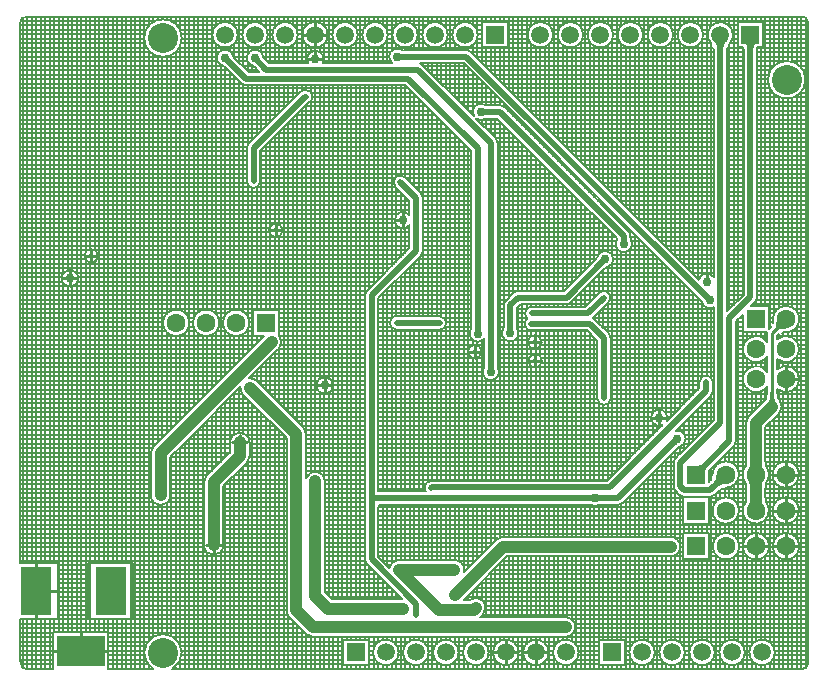
<source format=gbl>
G04*
G04 #@! TF.GenerationSoftware,Altium Limited,Altium Designer,21.2.1 (34)*
G04*
G04 Layer_Physical_Order=2*
G04 Layer_Color=16711680*
%FSLAX24Y24*%
%MOIN*%
G70*
G04*
G04 #@! TF.SameCoordinates,2A4B76D5-AD1C-46BA-8FB2-2B46C924C6B9*
G04*
G04*
G04 #@! TF.FilePolarity,Positive*
G04*
G01*
G75*
%ADD11C,0.0050*%
%ADD12C,0.0200*%
%ADD20C,0.0100*%
%ADD70C,0.0400*%
%ADD71C,0.1000*%
%ADD72R,0.0598X0.0598*%
%ADD73C,0.0598*%
%ADD74R,0.0630X0.0630*%
%ADD75C,0.0630*%
%ADD76R,0.0630X0.0630*%
%ADD77R,0.1000X0.1600*%
%ADD78R,0.1600X0.1000*%
%ADD79C,0.0200*%
%ADD80C,0.0300*%
G36*
X39899Y42114D02*
X39902Y42113D01*
X39908Y42112D01*
X39923Y42111D01*
X39975Y42110D01*
X39992Y42110D01*
Y41910D01*
X39897Y41905D01*
Y42115D01*
X39899Y42114D01*
D02*
G37*
G36*
X34201Y41967D02*
X34203Y41963D01*
X34206Y41959D01*
X34216Y41947D01*
X34251Y41910D01*
X34263Y41898D01*
X34122Y41757D01*
X34051Y41820D01*
X34200Y41968D01*
X34201Y41967D01*
D02*
G37*
G36*
X35200Y41959D02*
X35202Y41956D01*
X35205Y41951D01*
X35210Y41945D01*
X35222Y41931D01*
X35263Y41889D01*
X35112Y41756D01*
X35044Y41820D01*
X35200Y41961D01*
X35200Y41959D01*
D02*
G37*
G36*
X42689Y40274D02*
X42692Y40273D01*
X42698Y40272D01*
X42713Y40271D01*
X42765Y40270D01*
X42782Y40270D01*
Y40070D01*
X42687Y40065D01*
Y40275D01*
X42689Y40274D01*
D02*
G37*
G36*
X46719Y35110D02*
X46717Y35109D01*
X46713Y35107D01*
X46709Y35104D01*
X46697Y35094D01*
X46660Y35059D01*
X46648Y35047D01*
X46507Y35188D01*
X46570Y35259D01*
X46719Y35110D01*
D02*
G37*
G36*
X43665Y32897D02*
X43455D01*
X43456Y32899D01*
X43457Y32902D01*
X43458Y32908D01*
X43459Y32923D01*
X43460Y32975D01*
X43460Y32992D01*
X43660D01*
X43665Y32897D01*
D02*
G37*
G36*
X42575Y32887D02*
X42365D01*
X42366Y32889D01*
X42367Y32892D01*
X42368Y32898D01*
X42369Y32913D01*
X42370Y32965D01*
X42370Y32982D01*
X42570D01*
X42575Y32887D01*
D02*
G37*
G36*
X43015Y31607D02*
X42805D01*
X42806Y31609D01*
X42807Y31612D01*
X42808Y31618D01*
X42809Y31633D01*
X42810Y31685D01*
X42810Y31702D01*
X43010D01*
X43015Y31607D01*
D02*
G37*
G36*
X46489Y27404D02*
X46492Y27403D01*
X46498Y27402D01*
X46513Y27401D01*
X46565Y27400D01*
X46582Y27400D01*
Y27200D01*
X46487Y27195D01*
Y27405D01*
X46489Y27404D01*
D02*
G37*
G36*
X46273Y27195D02*
X46271Y27196D01*
X46268Y27197D01*
X46262Y27198D01*
X46247Y27199D01*
X46195Y27200D01*
X46178Y27200D01*
Y27400D01*
X46273Y27405D01*
Y27195D01*
D02*
G37*
G36*
X39051Y27229D02*
X39040Y27019D01*
X38840Y27260D01*
X38940D01*
X39051Y27229D01*
D02*
G37*
G36*
X48917Y29198D02*
X48980Y29269D01*
X49128Y29120D01*
X49127Y29119D01*
X49123Y29117D01*
X49119Y29114D01*
X49107Y29104D01*
X49070Y29069D01*
X49058Y29057D01*
X48917Y29198D01*
D02*
G37*
G36*
X50195Y28394D02*
X50155Y28353D01*
X50093Y28279D01*
X50070Y28246D01*
X50053Y28217D01*
X50042Y28190D01*
X50036Y28166D01*
X50036Y28145D01*
X50041Y28126D01*
X50053Y28111D01*
X49771Y28393D01*
X49786Y28381D01*
X49805Y28376D01*
X49826Y28376D01*
X49850Y28382D01*
X49877Y28393D01*
X49906Y28410D01*
X49939Y28433D01*
X49974Y28461D01*
X50054Y28535D01*
X50195Y28394D01*
D02*
G37*
G36*
X50324Y27806D02*
X50344Y27827D01*
X50361Y27849D01*
X50376Y27873D01*
X50390Y27898D01*
X50401Y27925D01*
X50410Y27953D01*
X50417Y27982D01*
X50422Y28012D01*
X50424Y28044D01*
X50425Y28077D01*
X50737Y27765D01*
X50704Y27764D01*
X50672Y27762D01*
X50642Y27757D01*
X50613Y27750D01*
X50585Y27741D01*
X50558Y27730D01*
X50533Y27716D01*
X50509Y27701D01*
X50487Y27684D01*
X50466Y27664D01*
X50324Y27806D01*
D02*
G37*
G36*
X51940Y27312D02*
X51940Y27276D01*
X51950Y27132D01*
X51953Y27120D01*
X51957Y27111D01*
X51960Y27105D01*
X51520D01*
X51523Y27111D01*
X51527Y27120D01*
X51530Y27132D01*
X51533Y27148D01*
X51537Y27189D01*
X51539Y27244D01*
X51540Y27312D01*
X51940D01*
D02*
G37*
G36*
X51540Y27648D02*
X51540Y27683D01*
X51530Y27828D01*
X51527Y27840D01*
X51523Y27849D01*
X51520Y27855D01*
X51960D01*
X51957Y27849D01*
X51953Y27840D01*
X51950Y27828D01*
X51947Y27812D01*
X51943Y27771D01*
X51941Y27716D01*
X51940Y27648D01*
X51540D01*
D02*
G37*
G36*
X51940Y28512D02*
X51940Y28477D01*
X51950Y28332D01*
X51953Y28320D01*
X51957Y28311D01*
X51960Y28305D01*
X51520D01*
X51523Y28311D01*
X51527Y28320D01*
X51530Y28332D01*
X51533Y28348D01*
X51537Y28389D01*
X51539Y28444D01*
X51540Y28512D01*
X51940D01*
D02*
G37*
G36*
X52335Y30939D02*
X52336Y30869D01*
X52350Y30693D01*
X52358Y30645D01*
X52368Y30603D01*
X52380Y30566D01*
X52394Y30534D01*
X52409Y30507D01*
X52427Y30486D01*
X52144D01*
X52161Y30507D01*
X52176Y30534D01*
X52190Y30566D01*
X52202Y30603D01*
X52212Y30645D01*
X52220Y30693D01*
X52231Y30805D01*
X52234Y30869D01*
X52235Y30939D01*
X52335D01*
D02*
G37*
G36*
X52361Y32942D02*
X52376Y32959D01*
X52389Y32979D01*
X52400Y33002D01*
X52410Y33029D01*
X52418Y33059D01*
X52424Y33092D01*
X52429Y33128D01*
X52435Y33211D01*
X52435Y33257D01*
X52747Y32945D01*
X52701Y32945D01*
X52618Y32939D01*
X52582Y32934D01*
X52549Y32928D01*
X52519Y32920D01*
X52492Y32910D01*
X52469Y32899D01*
X52449Y32886D01*
X52432Y32871D01*
X52361Y32942D01*
D02*
G37*
G36*
X50138Y34110D02*
X50209Y34046D01*
X50060Y33898D01*
X50059Y33900D01*
X50057Y33903D01*
X50054Y33907D01*
X50044Y33919D01*
X50009Y33956D01*
X49997Y33968D01*
X50138Y34110D01*
D02*
G37*
G36*
X50749Y42505D02*
X50730Y42482D01*
X50714Y42459D01*
X50699Y42435D01*
X50687Y42411D01*
X50678Y42386D01*
X50670Y42360D01*
X50664Y42333D01*
X50661Y42306D01*
X50660Y42278D01*
X50460D01*
X50459Y42306D01*
X50456Y42333D01*
X50450Y42360D01*
X50442Y42386D01*
X50433Y42411D01*
X50421Y42435D01*
X50406Y42459D01*
X50390Y42482D01*
X50371Y42505D01*
X50351Y42526D01*
X50769D01*
X50749Y42505D01*
D02*
G37*
G36*
X51741Y42440D02*
X51724Y42434D01*
X51709Y42424D01*
X51696Y42410D01*
X51685Y42392D01*
X51676Y42370D01*
X51669Y42344D01*
X51664Y42314D01*
X51661Y42280D01*
X51660Y42242D01*
X51460D01*
X51459Y42280D01*
X51456Y42314D01*
X51451Y42344D01*
X51444Y42370D01*
X51435Y42392D01*
X51424Y42410D01*
X51411Y42424D01*
X51396Y42434D01*
X51379Y42440D01*
X51360Y42442D01*
X51760D01*
X51741Y42440D01*
D02*
G37*
G36*
X47445Y35877D02*
X47235D01*
X47236Y35879D01*
X47237Y35882D01*
X47238Y35888D01*
X47239Y35903D01*
X47240Y35955D01*
X47240Y35972D01*
X47440D01*
X47445Y35877D01*
D02*
G37*
D11*
X53478Y43170D02*
G03*
X53300Y43348I-178J0D01*
G01*
X53395Y41240D02*
G03*
X53395Y41240I-625J0D01*
G01*
X50868Y42448D02*
G03*
X50984Y42740I-308J292D01*
G01*
D02*
G03*
X50252Y42448I-424J0D01*
G01*
X49984Y42740D02*
G03*
X49984Y42740I-424J0D01*
G01*
X51719Y33824D02*
G03*
X51785Y33983I-159J159D01*
G01*
X51719Y33824D02*
G03*
X51785Y33983I-159J159D01*
G01*
X53190Y33260D02*
G03*
X52310Y33270I-440J0D01*
G01*
X52760Y32820D02*
G03*
X53190Y33260I-10J440D01*
G01*
Y32260D02*
G03*
X52460Y32591I-440J0D01*
G01*
Y31929D02*
G03*
X53190Y32260I290J331D01*
G01*
X52110Y32513D02*
G03*
X52110Y32007I-360J-253D01*
G01*
X50335Y34668D02*
G03*
X49844Y34580I-225J-158D01*
G01*
X49940Y33843D02*
G03*
X50335Y33651I270J53D01*
G01*
X47984Y42740D02*
G03*
X47984Y42740I-424J0D01*
G01*
X48984D02*
G03*
X48984Y42740I-424J0D01*
G01*
X46984D02*
G03*
X46984Y42740I-424J0D01*
G01*
X45984D02*
G03*
X45984Y42740I-424J0D01*
G01*
X44984D02*
G03*
X44984Y42740I-424J0D01*
G01*
X43369Y40329D02*
G03*
X43210Y40395I-159J-159D01*
G01*
X43369Y40329D02*
G03*
X43210Y40395I-159J-159D01*
G01*
X47565Y36040D02*
G03*
X47499Y36199I-225J0D01*
G01*
X47565Y36040D02*
G03*
X47499Y36199I-225J0D01*
G01*
X47615Y35770D02*
G03*
X47570Y35920I-275J0D01*
G01*
X47112Y35923D02*
G03*
X47615Y35770I228J-153D01*
G01*
X46773Y34990D02*
G03*
X46995Y35260I-53J270D01*
G01*
D02*
G03*
X46451Y35317I-275J0D01*
G01*
X46892Y33973D02*
G03*
X46508Y34132I-225J0D01*
G01*
X46892Y33973D02*
G03*
X46508Y34132I-225J0D01*
G01*
X46826Y33814D02*
G03*
X46892Y33973I-159J159D01*
G01*
X46826Y33814D02*
G03*
X46892Y33973I-159J159D01*
G01*
X46908Y32627D02*
G03*
X46842Y32786I-225J0D01*
G01*
X46908Y32627D02*
G03*
X46842Y32786I-225J0D01*
G01*
X46359Y33269D02*
G03*
X46315Y33303I-159J-159D01*
G01*
X46359Y33269D02*
G03*
X46315Y33303I-159J-159D01*
G01*
X45440Y33755D02*
G03*
X45599Y33821I0J225D01*
G01*
X45440Y33755D02*
G03*
X45599Y33821I0J225D01*
G01*
X43820Y34205D02*
G03*
X43661Y34139I0J-225D01*
G01*
X43820Y34205D02*
G03*
X43661Y34139I0J-225D01*
G01*
X43401Y33879D02*
G03*
X43335Y33720I159J-159D01*
G01*
X43401Y33879D02*
G03*
X43335Y33720I159J-159D01*
G01*
X44280Y33675D02*
G03*
X44123Y33289I0J-225D01*
G01*
X44280Y33675D02*
G03*
X44123Y33289I0J-225D01*
G01*
X44595Y32500D02*
G03*
X44595Y32500I-225J0D01*
G01*
X44123Y33289D02*
G03*
X44260Y32885I137J-179D01*
G01*
X44123Y33289D02*
G03*
X44260Y32885I137J-179D01*
G01*
X43835Y32790D02*
G03*
X43790Y32940I-275J0D01*
G01*
X43332Y32943D02*
G03*
X43835Y32790I228J-153D01*
G01*
X53190Y31260D02*
G03*
X52460Y31591I-440J0D01*
G01*
X52463Y30927D02*
G03*
X53190Y31260I287J333D01*
G01*
X52515Y30115D02*
G03*
X52610Y30345I-230J230D01*
G01*
D02*
G03*
X52529Y30560I-325J0D01*
G01*
X53180Y28080D02*
G03*
X53180Y28080I-440J0D01*
G01*
X52180D02*
G03*
X52076Y28365I-440J0D01*
G01*
X52074Y27793D02*
G03*
X52180Y28080I-334J287D01*
G01*
X52110Y31513D02*
G03*
X52110Y31007I-360J-253D01*
G01*
X51510Y30030D02*
G03*
X51415Y29800I230J-230D01*
G01*
X51510Y30030D02*
G03*
X51415Y29800I230J-230D01*
G01*
X50249Y30711D02*
G03*
X50315Y30870I-159J159D01*
G01*
Y31160D02*
G03*
X49865Y31160I-225J0D01*
G01*
X50315D02*
G03*
X49865Y31160I-225J0D01*
G01*
X50249Y30711D02*
G03*
X50315Y30870I-159J159D01*
G01*
X51180Y28080D02*
G03*
X50300Y28091I-440J0D01*
G01*
X51406Y28367D02*
G03*
X51404Y27795I334J-287D01*
G01*
X50751Y27640D02*
G03*
X51180Y28080I-11J440D01*
G01*
X51019Y29041D02*
G03*
X51085Y29200I-159J159D01*
G01*
X51019Y29041D02*
G03*
X51085Y29200I-159J159D01*
G01*
X53180Y26880D02*
G03*
X53180Y26880I-440J0D01*
G01*
X52180D02*
G03*
X52076Y27165I-440J0D01*
G01*
X53190Y25690D02*
G03*
X53190Y25690I-440J0D01*
G01*
X53300Y21602D02*
G03*
X53478Y21780I0J178D01*
G01*
X52374Y22150D02*
G03*
X52374Y22150I-424J0D01*
G01*
X51406Y27167D02*
G03*
X52180Y26880I334J-287D01*
G01*
X51180D02*
G03*
X51180Y26880I-440J0D01*
G01*
X50225Y27340D02*
G03*
X50384Y27406I0J225D01*
G01*
X50225Y27340D02*
G03*
X50384Y27406I0J225D01*
G01*
X51190Y25690D02*
G03*
X51190Y25690I-440J0D01*
G01*
X52190D02*
G03*
X52190Y25690I-440J0D01*
G01*
X51374Y22150D02*
G03*
X51374Y22150I-424J0D01*
G01*
X50374D02*
G03*
X50374Y22150I-424J0D01*
G01*
X49405Y29270D02*
G03*
X49078Y29540I-275J0D01*
G01*
X49183Y29000D02*
G03*
X49405Y29270I-53J270D01*
G01*
X48795Y29980D02*
G03*
X48630Y29728I-275J0D01*
G01*
X48772Y29870D02*
G03*
X48795Y29980I-252J110D01*
G01*
X49066Y28637D02*
G03*
X49000Y28478I159J-159D01*
G01*
Y27682D02*
G03*
X49066Y27523I225J0D01*
G01*
Y28637D02*
G03*
X49000Y28478I159J-159D01*
G01*
X49183Y27406D02*
G03*
X49342Y27340I159J159D01*
G01*
X49000Y27682D02*
G03*
X49066Y27523I225J0D01*
G01*
X49183Y27406D02*
G03*
X49342Y27340I159J159D01*
G01*
X46458Y30627D02*
G03*
X46908Y30627I225J0D01*
G01*
X46458D02*
G03*
X46908Y30627I225J0D01*
G01*
X44615Y31870D02*
G03*
X44615Y31870I-225J0D01*
G01*
X43185Y31500D02*
G03*
X43140Y31650I-275J0D01*
G01*
X47160Y27075D02*
G03*
X47319Y27141I0J225D01*
G01*
X47160Y27075D02*
G03*
X47319Y27141I0J225D01*
G01*
X46227Y27072D02*
G03*
X46530Y27070I153J228D01*
G01*
X48900Y25355D02*
G03*
X49225Y25680I0J325D01*
G01*
D02*
G03*
X48900Y26005I-325J0D01*
G01*
X48374Y22150D02*
G03*
X48374Y22150I-424J0D01*
G01*
X49374D02*
G03*
X49374Y22150I-424J0D01*
G01*
X45725Y23000D02*
G03*
X45400Y23325I-325J0D01*
G01*
Y22675D02*
G03*
X45725Y23000I0J325D01*
G01*
X45834Y22150D02*
G03*
X45834Y22150I-424J0D01*
G01*
X44834D02*
G03*
X44834Y22150I-424J0D01*
G01*
X42474Y42740D02*
G03*
X42474Y42740I-424J0D01*
G01*
X42256Y42169D02*
G03*
X42096Y42235I-159J-159D01*
G01*
X42255Y42169D02*
G03*
X42096Y42235I-159J-159D01*
G01*
X42733Y40398D02*
G03*
X42352Y40016I-153J-228D01*
G01*
X42426Y39942D02*
G03*
X42730Y39940I154J228D01*
G01*
X41474Y42740D02*
G03*
X41474Y42740I-424J0D01*
G01*
X40474D02*
G03*
X40474Y42740I-424J0D01*
G01*
X39474D02*
G03*
X39474Y42740I-424J0D01*
G01*
X40629Y41739D02*
G03*
X40563Y41785I-159J-159D01*
G01*
X40629Y41739D02*
G03*
X40563Y41785I-159J-159D01*
G01*
X39943Y42238D02*
G03*
X39607Y41805I-153J-228D01*
G01*
X43135Y39140D02*
G03*
X43069Y39299I-225J0D01*
G01*
X43135Y39140D02*
G03*
X43069Y39299I-225J0D01*
G01*
X40645Y37301D02*
G03*
X40579Y37460I-225J0D01*
G01*
X40645Y37301D02*
G03*
X40579Y37460I-225J0D01*
G01*
X42242Y32933D02*
G03*
X42685Y32609I228J-153D01*
G01*
X42595Y32180D02*
G03*
X42595Y32180I-225J0D01*
G01*
X40579Y35371D02*
G03*
X40645Y35530I-159J159D01*
G01*
X40579Y35371D02*
G03*
X40645Y35530I-159J159D01*
G01*
X41200Y32905D02*
G03*
X41425Y33130I0J225D01*
G01*
X41200Y32905D02*
G03*
X41425Y33130I0J225D01*
G01*
D02*
G03*
X41200Y33355I-225J0D01*
G01*
X41425Y33130D02*
G03*
X41200Y33355I-225J0D01*
G01*
X40195Y36732D02*
G03*
X40195Y36388I-215J-172D01*
G01*
X40050Y37990D02*
G03*
X39731Y37671I-159J-159D01*
G01*
X40049Y37990D02*
G03*
X39731Y37671I-159J-159D01*
G01*
X39836Y33355D02*
G03*
X39611Y32981I-66J-215D01*
G01*
X39621Y32971D02*
G03*
X39780Y32905I159J159D01*
G01*
X39621Y32971D02*
G03*
X39780Y32905I159J159D01*
G01*
X39836Y33355D02*
G03*
X39611Y32981I-66J-215D01*
G01*
X38474Y42740D02*
G03*
X38474Y42740I-424J0D01*
G01*
X37474D02*
G03*
X37474Y42740I-424J0D01*
G01*
X37305Y41805D02*
G03*
X37335Y41930I-245J125D01*
G01*
D02*
G03*
X36815Y41805I-275J0D01*
G01*
X36474Y42740D02*
G03*
X36474Y42740I-424J0D01*
G01*
X35474D02*
G03*
X35474Y42740I-424J0D01*
G01*
X34474D02*
G03*
X34474Y42740I-424J0D01*
G01*
X27410Y43348D02*
G03*
X27232Y43170I0J-178D01*
G01*
X35322Y42011D02*
G03*
X34982Y41703I-272J-41D01*
G01*
X34320Y42023D02*
G03*
X33993Y41701I-270J-53D01*
G01*
X32605Y42630D02*
G03*
X32605Y42630I-625J0D01*
G01*
X36710Y40905D02*
G03*
X36551Y40839I0J-225D01*
G01*
X36710Y40905D02*
G03*
X36551Y40839I0J-225D01*
G01*
X36965Y40680D02*
G03*
X36740Y40905I-225J0D01*
G01*
X36817Y40468D02*
G03*
X36965Y40680I-77J212D01*
G01*
D02*
G03*
X36740Y40905I-225J0D01*
G01*
X36817Y40468D02*
G03*
X36965Y40680I-77J212D01*
G01*
X38781Y34209D02*
G03*
X38715Y34050I159J-159D01*
G01*
X35965Y36220D02*
G03*
X35965Y36220I-225J0D01*
G01*
X34581Y41121D02*
G03*
X34740Y41055I159J159D01*
G01*
X34581Y41121D02*
G03*
X34740Y41055I159J159D01*
G01*
X34841Y39129D02*
G03*
X34775Y38970I159J-159D01*
G01*
X34841Y39129D02*
G03*
X34775Y38970I159J-159D01*
G01*
Y37860D02*
G03*
X35225Y37860I225J0D01*
G01*
X34775D02*
G03*
X35225Y37860I225J0D01*
G01*
X38781Y34209D02*
G03*
X38715Y34050I159J-159D01*
G01*
X38781Y34209D02*
G03*
X38715Y34050I159J-159D01*
G01*
X35925Y32490D02*
G03*
X35848Y32700I-325J0D01*
G01*
X35830Y32260D02*
G03*
X35925Y32490I-230J230D01*
G01*
X29815Y35370D02*
G03*
X29815Y35370I-225J0D01*
G01*
X34860Y33140D02*
G03*
X34860Y33140I-440J0D01*
G01*
X33860D02*
G03*
X33860Y33140I-440J0D01*
G01*
X32860D02*
G03*
X32860Y33140I-440J0D01*
G01*
X29152Y34623D02*
G03*
X29152Y34623I-275J0D01*
G01*
X42682Y31653D02*
G03*
X43185Y31500I228J-153D01*
G01*
X40940Y27875D02*
G03*
X40781Y27809I0J-225D01*
G01*
X40940Y27875D02*
G03*
X40781Y27809I0J-225D01*
G01*
X40771Y27799D02*
G03*
X40737Y27525I159J-159D01*
G01*
X40771Y27799D02*
G03*
X40737Y27525I159J-159D01*
G01*
X43320Y26005D02*
G03*
X43090Y25910I0J-325D01*
G01*
X43320Y26005D02*
G03*
X43090Y25910I0J-325D01*
G01*
X39848Y25233D02*
G03*
X39530Y24978I0J-325D01*
G01*
X39848Y25233D02*
G03*
X39530Y24978I0J-325D01*
G01*
X37645Y31050D02*
G03*
X37645Y31050I-275J0D01*
G01*
X37385Y27850D02*
G03*
X36755Y27962I-325J0D01*
G01*
X38715Y25250D02*
G03*
X38781Y25091I225J0D01*
G01*
X38715Y25250D02*
G03*
X38781Y25091I225J0D01*
G01*
X42640Y23410D02*
G03*
X42735Y23640I-230J230D01*
G01*
D02*
G03*
X42222Y23905I-325J0D01*
G01*
X42551Y23325D02*
G03*
X42580Y23350I-201J255D01*
G01*
X42551Y23325D02*
G03*
X42580Y23350I-201J255D01*
G01*
X42023Y24908D02*
G03*
X41698Y25233I-325J0D01*
G01*
X42014Y24834D02*
G03*
X42023Y24908I-316J74D01*
G01*
X43834Y22150D02*
G03*
X43834Y22150I-424J0D01*
G01*
X42834D02*
G03*
X42834Y22150I-424J0D01*
G01*
X41834D02*
G03*
X41834Y22150I-424J0D01*
G01*
X40834D02*
G03*
X40834Y22150I-424J0D01*
G01*
X39834D02*
G03*
X39834Y22150I-424J0D01*
G01*
X36755Y29421D02*
G03*
X36660Y29651I-325J0D01*
G01*
X36755Y29421D02*
G03*
X36660Y29651I-325J0D01*
G01*
X35115Y31195D02*
G03*
X34859Y31289I-230J-230D01*
G01*
X34562Y30992D02*
G03*
X34656Y30736I324J-26D01*
G01*
X34869Y29154D02*
G03*
X34219Y29154I-325J0D01*
G01*
X34774Y28465D02*
G03*
X34869Y28694I-230J230D01*
G01*
X34774Y28465D02*
G03*
X34869Y28694I-230J230D01*
G01*
X31670Y29020D02*
G03*
X31575Y28790I230J-230D01*
G01*
X31670Y29020D02*
G03*
X31575Y28790I230J-230D01*
G01*
X33440Y28050D02*
G03*
X33345Y27820I230J-230D01*
G01*
X33440Y28050D02*
G03*
X33345Y27820I230J-230D01*
G01*
X31575Y27390D02*
G03*
X32225Y27390I325J0D01*
G01*
X33345Y25730D02*
G03*
X33995Y25730I325J0D01*
G01*
X36105Y23630D02*
G03*
X36190Y23320I315J-80D01*
G01*
X36105Y23630D02*
G03*
X36190Y23320I315J-80D01*
G01*
X36740Y22770D02*
G03*
X36970Y22675I230J230D01*
G01*
X36740Y22770D02*
G03*
X36970Y22675I230J230D01*
G01*
X32605Y22140D02*
G03*
X31662Y21602I-625J0D01*
G01*
X32298D02*
G03*
X32605Y22140I-318J538D01*
G01*
X27242Y21780D02*
G03*
X27232Y21860I-322J0D01*
G01*
X27242Y21780D02*
G03*
X27420Y21602I178J0D01*
G01*
X52800Y41864D02*
Y43348D01*
X52650Y41853D02*
Y43348D01*
X53100Y41771D02*
Y43348D01*
X53250Y41640D02*
Y43348D01*
X52950Y41839D02*
Y43348D01*
X51984Y42900D02*
X53478D01*
X51984Y42750D02*
X53478D01*
X51984Y43050D02*
X53478D01*
X52500Y41804D02*
Y43348D01*
X52350Y41703D02*
Y43348D01*
X52906Y41850D02*
X53478D01*
X53193Y41700D02*
X53478D01*
X51984Y42450D02*
X53478D01*
X53374Y41400D02*
X53478D01*
X53395Y41250D02*
X53478D01*
X53313Y41550D02*
X53478D01*
X51791Y42300D02*
X53478D01*
X51785Y42150D02*
X53478D01*
X51984Y42600D02*
X53478D01*
X51785Y42000D02*
X53478D01*
X51785Y41850D02*
X52634D01*
X51600Y43164D02*
Y43348D01*
X51750Y43164D02*
Y43348D01*
X51450Y43164D02*
Y43348D01*
X52200Y41496D02*
Y43348D01*
X51984Y42316D02*
Y43164D01*
X51900D02*
Y43348D01*
X51300Y43164D02*
Y43348D01*
X51136Y43164D02*
X51984D01*
X51150D02*
Y43348D01*
X51136Y42316D02*
Y43164D01*
X50953Y42900D02*
X51136D01*
X51794Y42316D02*
X51984D01*
X51785Y41700D02*
X52347D01*
X51787Y42239D02*
X51788Y42273D01*
X51785Y41550D02*
X52227D01*
X51785Y41400D02*
X52166D01*
X50960Y42600D02*
X51136D01*
X50870Y42450D02*
X51136D01*
X50984Y42750D02*
X51136D01*
X51332Y42273D02*
X51333Y42239D01*
X51136Y42316D02*
X51326D01*
X53324Y40950D02*
X53478D01*
X53214Y40800D02*
X53478D01*
X53379Y41100D02*
X53478D01*
X51785Y39750D02*
X53478D01*
X51785Y39600D02*
X53478D01*
X52976Y40650D02*
X53478D01*
X51785Y40350D02*
X53478D01*
X51785Y40200D02*
X53478D01*
X51785Y40500D02*
X53478D01*
X51785Y39900D02*
X53478D01*
X51785Y40050D02*
X53478D01*
X51785Y38400D02*
X53478D01*
X51785Y38250D02*
X53478D01*
X51785Y38550D02*
X53478D01*
X51785Y37950D02*
X53478D01*
X51785Y37800D02*
X53478D01*
X51785Y38100D02*
X53478D01*
X51785Y39300D02*
X53478D01*
X51785Y39150D02*
X53478D01*
X51785Y39450D02*
X53478D01*
X51785Y38700D02*
X53478D01*
X51785Y38850D02*
X53478D01*
X51785Y41100D02*
X52161D01*
X51785Y41250D02*
X52145D01*
X52050Y33700D02*
Y43348D01*
X52200Y32957D02*
Y40984D01*
X51900Y33700D02*
Y42316D01*
X51335Y34076D02*
Y42228D01*
X51785Y33983D02*
Y42228D01*
X51300Y34041D02*
Y42316D01*
X51150Y33891D02*
Y42316D01*
X51000Y33741D02*
Y43348D01*
X52950Y33652D02*
Y40641D01*
X52800Y33697D02*
Y40616D01*
X52650Y33688D02*
Y40627D01*
X53100Y33527D02*
Y40709D01*
X52500Y33622D02*
Y40676D01*
X51785Y40800D02*
X52326D01*
X51785Y40650D02*
X52564D01*
X51785Y40950D02*
X52216D01*
X51785Y39000D02*
X53478D01*
X52350Y33443D02*
Y40777D01*
X50850Y43050D02*
X51136D01*
X50850Y43050D02*
Y43348D01*
X50785Y42000D02*
X51335D01*
X50785Y41850D02*
X51335D01*
X50789Y42300D02*
X51329D01*
X50550Y43164D02*
Y43348D01*
X50700Y43140D02*
Y43348D01*
X50400Y43133D02*
Y43348D01*
X50785Y42150D02*
X51335D01*
X50785Y40800D02*
X51335D01*
X50785Y40650D02*
X51335D01*
X50785Y40950D02*
X51335D01*
X50785Y40350D02*
X51335D01*
X50785Y40200D02*
X51335D01*
X50785Y40500D02*
X51335D01*
X50785Y41550D02*
X51335D01*
X50785Y41400D02*
X51335D01*
X50785Y41700D02*
X51335D01*
X50785Y41100D02*
X51335D01*
X50785Y41250D02*
X51335D01*
X50250Y43030D02*
Y43348D01*
X49850Y43050D02*
X50270D01*
X49800Y43090D02*
Y43348D01*
X49953Y42900D02*
X50167D01*
X49984Y42750D02*
X50136D01*
X49950Y42907D02*
Y43348D01*
X49500Y43160D02*
Y43348D01*
X49650Y43155D02*
Y43348D01*
X49350Y43109D02*
Y43348D01*
X48850Y43050D02*
X49270D01*
X49870Y42450D02*
X50250D01*
X43925Y40500D02*
X50335D01*
X49960Y42600D02*
X50160D01*
X44225Y40200D02*
X50335D01*
X44075Y40350D02*
X50335D01*
X43325Y41100D02*
X50335D01*
X43475Y40950D02*
X50335D01*
X43175Y41250D02*
X50335D01*
X43775Y40650D02*
X50335D01*
X43625Y40800D02*
X50335D01*
X50785Y39300D02*
X51335D01*
X50785Y39150D02*
X51335D01*
X50785Y39450D02*
X51335D01*
X50785Y39000D02*
X51335D01*
X50785Y38850D02*
X51335D01*
X50850Y33591D02*
Y42426D01*
X50785Y39900D02*
X51335D01*
X50785Y39750D02*
X51335D01*
X50785Y40050D02*
X51335D01*
X50785Y39600D02*
X51335D01*
X50785Y33526D02*
Y42264D01*
Y38250D02*
X51335D01*
X50785Y38100D02*
X51335D01*
X50785Y38400D02*
X51335D01*
X50785Y37800D02*
X51335D01*
X50785Y37950D02*
X51335D01*
X50785Y38700D02*
X51335D01*
X50785Y38550D02*
X51335D01*
X46025Y38400D02*
X50335D01*
X46625Y37800D02*
X50335D01*
X46175Y38250D02*
X50335D01*
X50100Y34785D02*
Y43348D01*
X50250Y34747D02*
Y42450D01*
X49650Y34775D02*
Y42325D01*
X49950Y34734D02*
Y42573D01*
X50335Y34668D02*
Y42264D01*
X49800Y34625D02*
Y42390D01*
X44525Y39900D02*
X50335D01*
X44675Y39750D02*
X50335D01*
X44375Y40050D02*
X50335D01*
X49500Y34925D02*
Y42320D01*
X49350Y35075D02*
Y42371D01*
X45725Y38700D02*
X50335D01*
X45875Y38550D02*
X50335D01*
X45575Y38850D02*
X50335D01*
X46475Y37950D02*
X50335D01*
X46325Y38100D02*
X50335D01*
X44975Y39450D02*
X50335D01*
X45125Y39300D02*
X50335D01*
X44825Y39600D02*
X50335D01*
X45425Y39000D02*
X50335D01*
X45275Y39150D02*
X50335D01*
X51785Y36750D02*
X53478D01*
X51785Y36600D02*
X53478D01*
X51785Y36900D02*
X53478D01*
X51785Y36300D02*
X53478D01*
X51785Y36150D02*
X53478D01*
X51785Y36450D02*
X53478D01*
X51785Y37500D02*
X53478D01*
X51785Y37350D02*
X53478D01*
X51785Y37650D02*
X53478D01*
X51785Y37050D02*
X53478D01*
X51785Y37200D02*
X53478D01*
X51785Y34050D02*
X53478D01*
X53029Y33600D02*
X53478D01*
X51785Y34200D02*
X53478D01*
X53188Y33300D02*
X53478D01*
X53176Y33150D02*
X53478D01*
X53147Y33450D02*
X53478D01*
X51785Y34500D02*
X53478D01*
X51785Y34350D02*
X53478D01*
X51785Y35250D02*
X53478D01*
X51645Y33750D02*
X53478D01*
X51769Y33900D02*
X53478D01*
X51785Y35400D02*
X53478D01*
X51785Y35100D02*
X53478D01*
X51785Y35550D02*
X53478D01*
X51785Y34800D02*
X53478D01*
X51785Y34650D02*
X53478D01*
X51785Y34950D02*
X53478D01*
X51785Y35850D02*
X53478D01*
X51785Y35700D02*
X53478D01*
X51785Y36000D02*
X53478D01*
X52190Y33450D02*
X52353D01*
X52190Y33300D02*
X52312D01*
X52307Y33215D02*
X52308Y33258D01*
X52190Y33150D02*
X52303D01*
X51750Y33700D02*
Y33862D01*
X51595Y33700D02*
X52190D01*
X51595D02*
X51719Y33824D01*
X52190Y33600D02*
X52471D01*
X51195Y33300D02*
X51310D01*
X53105Y33000D02*
X53478D01*
X52910Y32850D02*
X53478D01*
X53100Y32527D02*
Y32993D01*
X52950Y32652D02*
Y32868D01*
X52800Y32697D02*
Y32823D01*
X52705Y32817D02*
X52748Y32818D01*
X52460Y32700D02*
X53478D01*
X52631Y32813D02*
X52705Y32817D01*
X52650Y32688D02*
Y32814D01*
X53167Y32400D02*
X53478D01*
X53190Y32250D02*
X53478D01*
X53081Y32550D02*
X53478D01*
X53062Y31950D02*
X53478D01*
X53160Y32100D02*
X53478D01*
X52460Y31800D02*
X53478D01*
X52800Y31697D02*
Y31823D01*
X52950Y31652D02*
Y31868D01*
X52650Y31688D02*
Y31832D01*
X52303Y33141D02*
X52307Y33215D01*
X52190Y33000D02*
X52243D01*
X52190Y32947D02*
Y33700D01*
Y32947D02*
X52261Y33018D01*
X52050Y32582D02*
Y32820D01*
X51900Y32674D02*
Y32820D01*
X51750Y32700D02*
Y32820D01*
X51310D02*
X52112D01*
X51310D02*
Y33415D01*
X51600Y32674D02*
Y32820D01*
X51450Y32582D02*
Y32820D01*
X52460Y32723D02*
X52508Y32771D01*
X52500Y32622D02*
Y32763D01*
X52460Y32591D02*
Y32723D01*
Y31650D02*
X52546D01*
X52110Y32513D02*
Y32795D01*
X52062Y31950D02*
X52110D01*
X51750Y31700D02*
Y31820D01*
X51900Y31674D02*
Y31846D01*
X51600Y31674D02*
Y31846D01*
X50785Y36750D02*
X51335D01*
X50785Y36600D02*
X51335D01*
X50785Y36900D02*
X51335D01*
X50785Y36300D02*
X51335D01*
X50785Y36150D02*
X51335D01*
X50785Y36450D02*
X51335D01*
X50785Y37500D02*
X51335D01*
X50785Y37350D02*
X51335D01*
X50785Y37650D02*
X51335D01*
X50785Y37050D02*
X51335D01*
X50785Y37200D02*
X51335D01*
X50785Y35250D02*
X51335D01*
X50785Y35100D02*
X51335D01*
X50785Y35400D02*
X51335D01*
X50785Y34800D02*
X51335D01*
X50785Y34650D02*
X51335D01*
X50785Y34950D02*
X51335D01*
X50785Y36000D02*
X51335D01*
X50785Y35850D02*
X51335D01*
X48725Y35700D02*
X50335D01*
X50785Y35550D02*
X51335D01*
X50785Y35700D02*
X51335D01*
X47675Y36750D02*
X50335D01*
X47825Y36600D02*
X50335D01*
X47525Y36900D02*
X50335D01*
X48125Y36300D02*
X50335D01*
X48275Y36150D02*
X50335D01*
X47975Y36450D02*
X50335D01*
X46925Y37500D02*
X50335D01*
X47075Y37350D02*
X50335D01*
X46775Y37650D02*
X50335D01*
X47375Y37050D02*
X50335D01*
X47225Y37200D02*
X50335D01*
X49475Y34950D02*
X50335D01*
X49625Y34800D02*
X50335D01*
X49325Y35100D02*
X50335D01*
X49775Y34650D02*
X49873D01*
X48575Y35850D02*
X50335D01*
X48875Y35550D02*
X50335D01*
X48425Y36000D02*
X50335D01*
X49175Y35250D02*
X50335D01*
X49025Y35400D02*
X50335D01*
X50785Y33900D02*
X51159D01*
X50785Y33750D02*
X51009D01*
X50785Y33600D02*
X50859D01*
X51085Y33150D02*
X51310D01*
X51085Y33000D02*
X51310D01*
X51085Y33190D02*
X51310Y33415D01*
X50785Y34350D02*
X51335D01*
X50785Y34200D02*
X51335D01*
X50785Y34500D02*
X51335D01*
X50785Y33526D02*
X51335Y34076D01*
X50785Y34050D02*
X51309D01*
X51085Y32100D02*
X51340D01*
X51085Y31950D02*
X51438D01*
X51085Y32250D02*
X51310D01*
X51085Y31800D02*
X52110D01*
X51085Y31650D02*
X51546D01*
X51085Y32700D02*
X52110D01*
X51085Y32550D02*
X51419D01*
X51085Y32850D02*
X51310D01*
X51085Y32400D02*
X51333D01*
X46908Y31800D02*
X50335D01*
X46880Y33900D02*
X49888D01*
X46878Y34050D02*
X49738D01*
X46762Y33750D02*
X49977D01*
X49917Y33867D02*
X49940Y33843D01*
X46128Y34350D02*
X49438D01*
X45978Y34200D02*
X49588D01*
X46278Y34500D02*
X49288D01*
X46462Y33450D02*
X50335D01*
X46612Y33600D02*
X50335D01*
X46908Y32400D02*
X50335D01*
X46908Y32250D02*
X50335D01*
X46908Y32550D02*
X50335D01*
X46908Y31950D02*
X50335D01*
X46908Y32100D02*
X50335D01*
X46478Y33150D02*
X50335D01*
X46628Y33000D02*
X50335D01*
X46321Y33300D02*
X50335D01*
X46896Y32700D02*
X50335D01*
X46778Y32850D02*
X50335D01*
X48600Y43162D02*
Y43348D01*
X48750Y43119D02*
Y43348D01*
X48450Y43150D02*
Y43348D01*
X48900Y42994D02*
Y43348D01*
X49200Y42964D02*
Y43348D01*
X48300Y43075D02*
Y43348D01*
X47550Y43164D02*
Y43348D01*
X47700Y43140D02*
Y43348D01*
X47400Y43133D02*
Y43348D01*
X48150Y42849D02*
Y43348D01*
X47850Y43050D02*
Y43348D01*
X48953Y42900D02*
X49167D01*
X48984Y42750D02*
X49136D01*
X47984D02*
X48136D01*
X48960Y42600D02*
X49160D01*
X48870Y42450D02*
X49250D01*
X47960Y42600D02*
X48160D01*
X47850Y43050D02*
X48270D01*
X47953Y42900D02*
X48167D01*
X46850Y43050D02*
X47270D01*
X47870Y42450D02*
X48250D01*
X46500Y43160D02*
Y43348D01*
X46650Y43155D02*
Y43348D01*
X46350Y43109D02*
Y43348D01*
X46800Y43090D02*
Y43348D01*
X46950Y42907D02*
Y43348D01*
X46200Y42964D02*
Y43348D01*
X45600Y43162D02*
Y43348D01*
X45750Y43119D02*
Y43348D01*
X45450Y43150D02*
Y43348D01*
X45900Y42994D02*
Y43348D01*
X45300Y43075D02*
Y43348D01*
X47250Y43030D02*
Y43348D01*
X46953Y42900D02*
X47167D01*
X46984Y42750D02*
X47136D01*
X46870Y42450D02*
X47250D01*
X46960Y42600D02*
X47160D01*
X45850Y43050D02*
X46270D01*
X45953Y42900D02*
X46167D01*
X45984Y42750D02*
X46136D01*
X45870Y42450D02*
X46250D01*
X45960Y42600D02*
X46160D01*
X48150Y36275D02*
Y42631D01*
X48000Y36425D02*
Y43348D01*
X49050Y35375D02*
Y43348D01*
X49200Y35225D02*
Y42516D01*
X48900Y35525D02*
Y42486D01*
X47100Y37325D02*
Y43348D01*
X46950Y37475D02*
Y42573D01*
X47850Y36575D02*
Y42430D01*
X47250Y37175D02*
Y42450D01*
X48300Y36125D02*
Y42405D01*
X47700Y36725D02*
Y42340D01*
X47550Y36875D02*
Y42316D01*
X48750Y35675D02*
Y42361D01*
X48600Y35825D02*
Y42318D01*
X48450Y35975D02*
Y42330D01*
X46800Y37625D02*
Y42390D01*
X46650Y37775D02*
Y42325D01*
X46500Y37925D02*
Y42320D01*
X45335Y38363D02*
X47499Y36199D01*
X47400Y37025D02*
Y42347D01*
X46050Y38375D02*
Y43348D01*
X45900Y38525D02*
Y42486D01*
X45750Y38675D02*
Y42361D01*
X46200Y38225D02*
Y42516D01*
X46350Y38075D02*
Y42371D01*
X45600Y38098D02*
Y38188D01*
X45450Y38975D02*
Y42330D01*
X45600Y38825D02*
Y42318D01*
X45300Y38398D02*
Y38488D01*
X45448Y38250D02*
X45538D01*
X45450Y38248D02*
Y38338D01*
X45898Y37800D02*
X45988D01*
X46048Y37650D02*
X46138D01*
X45900Y37798D02*
Y37888D01*
X46200Y37498D02*
Y37588D01*
X46050Y37648D02*
Y37738D01*
X45750Y37948D02*
Y38038D01*
X45748Y37950D02*
X45838D01*
X45598Y38100D02*
X45688D01*
X45450Y34308D02*
Y37612D01*
X45300Y34205D02*
Y37762D01*
X44700Y43140D02*
Y43348D01*
X44850Y43050D02*
X45270D01*
X44550Y43164D02*
Y43348D01*
X45150Y42849D02*
Y43348D01*
X44850Y43050D02*
Y43348D01*
X44400Y43133D02*
Y43348D01*
X43474Y43050D02*
X44270D01*
X44250Y43030D02*
Y43348D01*
X44100Y40325D02*
Y43348D01*
X44953Y42900D02*
X45167D01*
X44960Y42600D02*
X45160D01*
X44984Y42750D02*
X45136D01*
X44870Y42450D02*
X45250D01*
X44550Y39875D02*
Y42316D01*
X44400Y40025D02*
Y42347D01*
X43474Y42900D02*
X44167D01*
X43474Y42600D02*
X44160D01*
X43474Y42750D02*
X44136D01*
X43474Y42450D02*
X44250D01*
X44250Y40175D02*
Y42450D01*
X43500Y40925D02*
Y43348D01*
X43650Y40775D02*
Y43348D01*
X43474Y42316D02*
Y43164D01*
X43800Y40625D02*
Y43348D01*
X43950Y40475D02*
Y43348D01*
X43350Y40346D02*
Y40438D01*
Y43164D02*
Y43348D01*
X43200Y41225D02*
Y42316D01*
Y43164D02*
Y43348D01*
X43350Y41075D02*
Y42316D01*
X43200Y40395D02*
Y40588D01*
X43648Y40050D02*
X43738D01*
X43798Y39900D02*
X43888D01*
X43650Y40048D02*
Y40138D01*
X43948Y39750D02*
X44038D01*
X43800Y39898D02*
Y39988D01*
X43345Y40350D02*
X43438D01*
X43498Y40200D02*
X43588D01*
X43500Y40198D02*
Y40288D01*
X45150Y39275D02*
Y42631D01*
X45300Y39125D02*
Y42405D01*
X45000Y39425D02*
Y43348D01*
Y38698D02*
Y38788D01*
X44998Y38700D02*
X45088D01*
X44850Y38848D02*
Y38938D01*
Y39575D02*
Y42430D01*
X44698Y39000D02*
X44788D01*
X44700Y38998D02*
Y39088D01*
X43369Y40329D02*
X45335Y38364D01*
X44848Y38850D02*
X44938D01*
X45148Y38550D02*
X45238D01*
X45298Y38400D02*
X45388D01*
X45150Y38548D02*
Y38638D01*
X45017Y38045D02*
X47112Y35949D01*
X45150Y34205D02*
Y37912D01*
X43135Y38100D02*
X44962D01*
X43135Y37950D02*
X45112D01*
X43135Y38250D02*
X44812D01*
X45000Y34205D02*
Y38062D01*
X44850Y34205D02*
Y38212D01*
X44700Y39725D02*
Y42340D01*
X44248Y39450D02*
X44338D01*
X44100Y39598D02*
Y39688D01*
X44400Y39298D02*
Y39388D01*
X44398Y39300D02*
X44488D01*
X44250Y39448D02*
Y39538D01*
X43950Y39748D02*
Y39838D01*
X44098Y39600D02*
X44188D01*
X43650Y34128D02*
Y39412D01*
X43500Y33978D02*
Y39562D01*
X43350Y33801D02*
Y39712D01*
X44550Y39148D02*
Y39238D01*
X44548Y39150D02*
X44638D01*
X44400Y34205D02*
Y38662D01*
X44700Y34205D02*
Y38362D01*
X44550Y34205D02*
Y38512D01*
X44100Y34205D02*
Y38962D01*
X43135Y38400D02*
X44662D01*
X43950Y34205D02*
Y39112D01*
X44250Y34205D02*
Y38812D01*
X43800Y34204D02*
Y39262D01*
X47550Y36121D02*
Y36238D01*
X47536Y36150D02*
X47638D01*
X47400Y36298D02*
Y36388D01*
X47565Y35987D02*
Y36040D01*
X47098Y36600D02*
X47188D01*
X47248Y36450D02*
X47338D01*
X47100Y36598D02*
Y36688D01*
X47398Y36300D02*
X47488D01*
X47250Y36448D02*
Y36538D01*
X47565Y36000D02*
X47788D01*
X47603Y35850D02*
X47938D01*
X47567Y35979D02*
X47570Y35920D01*
X47606Y35700D02*
X48088D01*
X47505Y35550D02*
X48238D01*
X46957Y35400D02*
X48388D01*
X47100Y35904D02*
Y35962D01*
X46944Y35100D02*
X48688D01*
X46995Y35250D02*
X48538D01*
X46650Y37048D02*
Y37138D01*
X46648Y37050D02*
X46738D01*
X46500Y37198D02*
Y37288D01*
X46798Y36900D02*
X46888D01*
X46950Y36748D02*
Y36838D01*
X46800Y36898D02*
Y36988D01*
X46350Y37348D02*
Y37438D01*
X46348Y37350D02*
X46438D01*
X46198Y37500D02*
X46288D01*
X46498Y37200D02*
X46588D01*
X46200Y35058D02*
Y36862D01*
X46948Y36750D02*
X47038D01*
X46950Y35411D02*
Y36112D01*
X46800Y35523D02*
Y36262D01*
X46749Y34967D02*
X46773Y34990D01*
X46500Y35425D02*
Y36562D01*
X46650Y35526D02*
Y36412D01*
X46412Y35273D02*
X46451Y35317D01*
X46350Y35208D02*
Y36712D01*
X46729Y34950D02*
X48838D01*
X46578Y34800D02*
X48988D01*
X46650Y34198D02*
Y34872D01*
X46800Y34155D02*
Y34997D01*
X46500Y34125D02*
Y34722D01*
X46428Y34650D02*
X49138D01*
X45828Y34050D02*
X46425D01*
X45599Y33821D02*
X46728Y34949D01*
X46050Y33675D02*
X46508Y34132D01*
X46800Y32828D02*
Y33788D01*
X46315Y33303D02*
X46826Y33814D01*
X46650Y32978D02*
Y33638D01*
X46500Y33128D02*
Y33488D01*
X46359Y33269D02*
X46842Y32786D01*
X46107Y32885D02*
X46458Y32534D01*
X46050Y34908D02*
Y37012D01*
X46350Y33975D02*
Y34572D01*
X45900Y34758D02*
Y37162D01*
X46200Y33825D02*
Y34422D01*
X46050Y33675D02*
Y34272D01*
X45900Y33675D02*
Y34122D01*
X45750Y34608D02*
Y37312D01*
X45347Y34205D02*
X46407Y35265D01*
X45600Y34458D02*
Y37462D01*
X45678Y33900D02*
X46275D01*
X45750Y33675D02*
Y33972D01*
X45600Y33675D02*
Y33822D01*
X46350Y33278D02*
Y33338D01*
X45450Y33675D02*
Y33755D01*
X45000Y33675D02*
Y33755D01*
X45300Y33675D02*
Y33755D01*
X45150Y33675D02*
Y33755D01*
X43135Y35700D02*
X47074D01*
X43135Y35550D02*
X47175D01*
X43135Y35400D02*
X46483D01*
X43135Y35250D02*
X46392D01*
X43135Y35100D02*
X46242D01*
X43135Y34950D02*
X46092D01*
X43135Y37350D02*
X45712D01*
X43135Y37200D02*
X45862D01*
X43135Y37500D02*
X45562D01*
X43135Y36900D02*
X46162D01*
X43135Y37050D02*
X46012D01*
X43908Y33750D02*
X46125D01*
X44280Y33675D02*
X46050D01*
X43913Y33755D02*
X45440D01*
X44700Y33675D02*
Y33755D01*
X44850Y33675D02*
Y33755D01*
X44550Y33675D02*
Y33755D01*
X43135Y34800D02*
X45942D01*
X43135Y34650D02*
X45792D01*
X43135Y34500D02*
X45642D01*
X43135Y34350D02*
X45492D01*
X43820Y34205D02*
X45347D01*
X43401Y33879D02*
X43661Y34139D01*
X44100Y33585D02*
Y33755D01*
X44250Y33673D02*
Y33755D01*
X43785Y33627D02*
X43913Y33755D01*
X43135Y34200D02*
X43773D01*
X43135Y34050D02*
X43572D01*
X43135Y33900D02*
X43422D01*
X44400Y33675D02*
Y33755D01*
X44100Y33268D02*
Y33315D01*
X43785Y33150D02*
X44039D01*
X43785Y33600D02*
X44112D01*
X43135Y33450D02*
X43335D01*
X43135Y33600D02*
X43335D01*
X43785Y33300D02*
X44112D01*
X43785Y33450D02*
X44055D01*
X44550Y32635D02*
Y32885D01*
X44473Y32700D02*
X46292D01*
X44400Y32723D02*
Y32885D01*
X44589Y32550D02*
X46442D01*
X44572Y32400D02*
X46458D01*
X44260Y32885D02*
X46107D01*
X43828Y32850D02*
X46142D01*
X44550Y32028D02*
Y32365D01*
X44600Y31950D02*
X46458D01*
X44400Y32095D02*
Y32277D01*
X44437Y31650D02*
X46458D01*
X44604Y31800D02*
X46458D01*
X43135Y32250D02*
X46458D01*
X43135Y32100D02*
X46458D01*
X43800Y32924D02*
Y33642D01*
X43787Y32999D02*
X43790Y32940D01*
X44250Y32690D02*
Y32885D01*
X43785Y33007D02*
Y33627D01*
X43787Y33000D02*
X44064D01*
X43335Y33004D02*
Y33720D01*
X43332Y32943D02*
X43333Y32976D01*
X43820Y32700D02*
X44267D01*
X43694Y32550D02*
X44151D01*
X44250Y32046D02*
Y32310D01*
X43137Y31709D02*
X43140Y31650D01*
X43135Y32550D02*
X43426D01*
X43135Y32400D02*
X44168D01*
X43135Y32850D02*
X43292D01*
X43135Y31950D02*
X44180D01*
X43135Y31800D02*
X44176D01*
X52954Y31650D02*
X53478D01*
X53119Y31500D02*
X53478D01*
X53100Y31527D02*
Y31993D01*
X53186Y31200D02*
X53478D01*
X53137Y31050D02*
X53478D01*
X53181Y31350D02*
X53478D01*
X52504Y30600D02*
X53478D01*
X52593Y30450D02*
X53478D01*
X53003Y30900D02*
X53478D01*
X52607Y30300D02*
X53478D01*
X52545Y30150D02*
X53478D01*
X52400Y30000D02*
X53478D01*
X52250Y29850D02*
X53478D01*
X52473Y30750D02*
X53478D01*
X52065Y29550D02*
X53478D01*
X52100Y29700D02*
X53478D01*
X52460Y31591D02*
Y31929D01*
X52500Y31622D02*
Y31898D01*
X52110Y31513D02*
Y32007D01*
X52463Y30927D02*
X52463Y30875D01*
X52463Y30900D02*
X52497D01*
X52110Y30952D02*
Y31007D01*
X51954Y31650D02*
X52110D01*
X52003Y30900D02*
X52107D01*
X52050Y31582D02*
Y31938D01*
X52107Y30873D02*
X52108Y30940D01*
X52050Y30573D02*
Y30938D01*
X52476Y30709D02*
X52483Y30671D01*
X52491Y30637D01*
X52463Y30875D02*
X52476Y30709D01*
X52500Y30609D02*
Y30898D01*
X52104Y30814D02*
X52107Y30873D01*
X52094Y30710D02*
X52104Y30814D01*
X52087Y30671D02*
X52094Y30710D01*
X52065Y29665D02*
X52515Y30115D01*
X52079Y30637D02*
X52087Y30671D01*
X53100Y28333D02*
Y30993D01*
X52950Y28467D02*
Y30868D01*
X52800Y28516D02*
Y30823D01*
X53400Y21633D02*
Y43317D01*
X53478Y21780D02*
Y43170D01*
X53250Y21602D02*
Y40840D01*
X52065Y29250D02*
X53478D01*
X52065Y29100D02*
X53478D01*
X52065Y29400D02*
X53478D01*
X52065Y28800D02*
X53478D01*
X52065Y28950D02*
X53478D01*
X53163Y28200D02*
X53478D01*
X53179Y28050D02*
X53478D01*
X53087Y28350D02*
X53478D01*
X53141Y27900D02*
X53478D01*
X53031Y27750D02*
X53478D01*
X53100Y27133D02*
Y27827D01*
X52065Y28650D02*
X53478D01*
X52871Y28500D02*
X53478D01*
X52650Y28511D02*
Y30832D01*
X52500Y28449D02*
Y30100D01*
X52087Y28350D02*
X52393D01*
X52350Y28284D02*
Y29950D01*
X52200Y22493D02*
Y29800D01*
X52067Y28513D02*
X52068Y28481D01*
X52068Y28500D02*
X52609D01*
X52065Y28525D02*
Y29665D01*
X52068Y28481D02*
X52076Y28365D01*
X52163Y28200D02*
X52317D01*
X52179Y28050D02*
X52301D01*
X52350Y27084D02*
Y27876D01*
X52141Y27900D02*
X52339D01*
X52070Y27750D02*
X52449D01*
X52070Y27762D02*
X52074Y27793D01*
X52068Y27712D02*
X52070Y27762D01*
X52067Y27646D02*
X52068Y27712D01*
X51900Y30420D02*
Y30846D01*
X51450Y31582D02*
Y31938D01*
X51600Y30120D02*
Y30846D01*
X51750Y30270D02*
Y30820D01*
X51450Y29947D02*
Y30938D01*
X51085Y31500D02*
X51381D01*
X51085Y30900D02*
X51497D01*
X51085Y31050D02*
X51363D01*
X51085Y30750D02*
X52098D01*
X51085Y30600D02*
X52066D01*
X51510Y30030D02*
X52042Y30562D01*
X51085Y29550D02*
X51415D01*
X51085Y29400D02*
X51415D01*
X51085Y29700D02*
X51415D01*
X51085Y30450D02*
X51930D01*
X51085Y30300D02*
X51780D01*
X51085Y30150D02*
X51630D01*
X51085Y30000D02*
X51484D01*
X51085Y29850D02*
X51419D01*
X51085Y31350D02*
X51319D01*
X51085Y31200D02*
X51314D01*
X50250Y31318D02*
Y33624D01*
X50335Y29903D02*
Y33651D01*
X50315Y30870D02*
Y31160D01*
X46908Y31500D02*
X50335D01*
X50211Y31350D02*
X50335D01*
X46908Y31650D02*
X50335D01*
X50280Y30750D02*
X50335D01*
X50138Y30600D02*
X50335D01*
X49988Y30450D02*
X50335D01*
X50250Y29818D02*
Y30712D01*
X49688Y30150D02*
X50335D01*
X49538Y30000D02*
X50335D01*
X49838Y30300D02*
X50335D01*
X49388Y29850D02*
X50282D01*
X49078Y29540D02*
X50249Y30711D01*
X51415Y28525D02*
Y29800D01*
X51062Y29100D02*
X51415D01*
X51085Y29250D02*
X51415D01*
X51412Y28448D02*
X51413Y28514D01*
X51410Y28398D02*
X51412Y28448D01*
X51300Y22390D02*
Y33405D01*
X50778Y28800D02*
X51415D01*
X50628Y28650D02*
X51415D01*
X50928Y28950D02*
X51415D01*
X50871Y28500D02*
X51412D01*
X51406Y28367D02*
X51410Y28398D01*
X51163Y28200D02*
X51317D01*
X51179Y28050D02*
X51301D01*
X51404Y27795D02*
X51412Y27679D01*
X51087Y28350D02*
X51393D01*
X51031Y27750D02*
X51408D01*
X51141Y27900D02*
X51339D01*
X51150Y27040D02*
Y27920D01*
X51085Y29200D02*
Y33190D01*
X51150Y28240D02*
Y33255D01*
X51000Y28435D02*
Y29022D01*
X50850Y28506D02*
Y28872D01*
X50700Y28518D02*
Y28722D01*
X50478Y28500D02*
X50609D01*
X49205Y28774D02*
X50335Y29903D01*
X50293Y28315D02*
X51019Y29041D01*
X50550Y28477D02*
Y28572D01*
X50400Y28359D02*
Y28422D01*
X50328Y28350D02*
X50393D01*
X50250Y28267D02*
X50287Y28305D01*
X51000Y27235D02*
Y27725D01*
X50250Y27914D02*
Y28267D01*
X50193Y28200D02*
X50317D01*
X50180Y28050D02*
X50297D01*
X50194Y28201D02*
X50250Y28267D01*
X50180Y27900D02*
X50238D01*
X50180Y27838D02*
X50226Y27884D01*
X52950Y27267D02*
Y27693D01*
X52871Y27300D02*
X53478D01*
X52800Y27316D02*
Y27644D01*
X53087Y27150D02*
X53478D01*
X53163Y27000D02*
X53478D01*
X52065Y27600D02*
X53478D01*
X52065Y27450D02*
X53478D01*
X52650Y27311D02*
Y27649D01*
X53141Y26700D02*
X53478D01*
X53031Y26550D02*
X53478D01*
X53179Y26850D02*
X53478D01*
X53100Y25957D02*
Y26627D01*
X53105Y25950D02*
X53478D01*
X52950Y26082D02*
Y26493D01*
X52800Y26127D02*
Y26444D01*
X52910Y26100D02*
X53478D01*
X52650Y26118D02*
Y26449D01*
X52500Y27249D02*
Y27711D01*
X52087Y27150D02*
X52393D01*
X52068Y27281D02*
X52076Y27165D01*
X52163Y27000D02*
X52317D01*
X52179Y26850D02*
X52301D01*
X51415Y27325D02*
Y27635D01*
X52065Y27325D02*
Y27635D01*
X51412Y27679D02*
X51413Y27647D01*
X52068Y27300D02*
X52609D01*
X52067Y27313D02*
X52068Y27281D01*
X52031Y26550D02*
X52449D01*
X52500Y26052D02*
Y26511D01*
X52141Y26700D02*
X52339D01*
X52105Y25950D02*
X52395D01*
X52050Y26012D02*
Y26568D01*
X51900Y26104D02*
Y26470D01*
X51750Y26130D02*
Y26440D01*
X51600Y26104D02*
Y26463D01*
X51910Y26100D02*
X52590D01*
X51450Y26012D02*
Y26549D01*
X53176Y25800D02*
X53478D01*
X53188Y25650D02*
X53478D01*
X53147Y25500D02*
X53478D01*
X53029Y25350D02*
X53478D01*
X53100Y21602D02*
Y25423D01*
X52500Y21602D02*
Y25328D01*
X52800Y21602D02*
Y25253D01*
X52371Y22200D02*
X53478D01*
X52650Y21602D02*
Y25262D01*
X52950Y21602D02*
Y25298D01*
X52324Y22350D02*
X53478D01*
X52362Y22050D02*
X53478D01*
X52190Y22500D02*
X53478D01*
X52293Y21900D02*
X53478D01*
X52091Y21750D02*
X53476D01*
X52350Y25873D02*
Y26676D01*
X52176Y25800D02*
X52324D01*
X52188Y25650D02*
X52312D01*
X52350Y22291D02*
Y25507D01*
X52147Y25500D02*
X52353D01*
X52050Y22562D02*
Y25368D01*
X52029Y25350D02*
X52471D01*
X51450Y21602D02*
Y25368D01*
X52050Y21602D02*
Y21738D01*
X51900Y21602D02*
Y21729D01*
Y22571D02*
Y25276D01*
X52350Y21602D02*
Y22009D01*
X52200Y21602D02*
Y21807D01*
X51750Y22524D02*
Y25250D01*
X51600Y22390D02*
Y25276D01*
X51750Y21602D02*
Y21776D01*
X51600Y21602D02*
Y21910D01*
X51412Y27248D02*
X51413Y27314D01*
X51410Y27198D02*
X51412Y27248D01*
X51406Y27167D02*
X51410Y27198D01*
X51087Y27150D02*
X51393D01*
X51163Y27000D02*
X51317D01*
X50588Y27600D02*
X51415D01*
X50428Y27450D02*
X51415D01*
X50850Y27306D02*
Y27654D01*
X50871Y27300D02*
X51412D01*
X51179Y26850D02*
X51301D01*
X51141Y26700D02*
X51339D01*
X51150Y25873D02*
Y26720D01*
X51176Y25800D02*
X51324D01*
X51188Y25650D02*
X51312D01*
X51031Y26550D02*
X51449D01*
X50910Y26100D02*
X51590D01*
X50850Y26118D02*
Y26454D01*
X51105Y25950D02*
X51395D01*
X51000Y26052D02*
Y26525D01*
X50384Y27406D02*
X50544Y27566D01*
X50700Y27318D02*
Y27636D01*
X50550Y27277D02*
Y27569D01*
X50400Y27159D02*
Y27422D01*
X50180Y27300D02*
X50609D01*
X50180Y27150D02*
X50393D01*
X49342Y27340D02*
X50225D01*
X50180Y27000D02*
X50317D01*
X50180Y26850D02*
X50301D01*
X50550Y26082D02*
Y26483D01*
X50700Y26127D02*
Y26442D01*
X50400Y25957D02*
Y26601D01*
X50190Y25800D02*
X50324D01*
X50190Y25650D02*
X50312D01*
X50180Y26700D02*
X50339D01*
X50180Y26550D02*
X50449D01*
X49310Y26130D02*
X50190D01*
Y26100D02*
X50590D01*
X50190Y25950D02*
X50395D01*
X51147Y25500D02*
X51353D01*
X51029Y25350D02*
X51471D01*
X51150Y22524D02*
Y25507D01*
X51000Y22571D02*
Y25328D01*
X43150Y25050D02*
X53478D01*
X45608Y23250D02*
X53478D01*
X43300Y25200D02*
X53478D01*
X45721Y22950D02*
X53478D01*
X45709Y23100D02*
X53478D01*
X51324Y22350D02*
X51576D01*
X51362Y22050D02*
X51538D01*
X51371Y22200D02*
X51529D01*
X51293Y21900D02*
X51607D01*
X51300Y21602D02*
Y21910D01*
X45656Y22800D02*
X53478D01*
X51091Y21750D02*
X51809D01*
X51190Y22500D02*
X51710D01*
X51150Y21602D02*
Y21776D01*
X50850Y22562D02*
Y25262D01*
X50700Y22493D02*
Y25253D01*
X50190Y25350D02*
X50471D01*
X50400Y21602D02*
Y25423D01*
X50550Y22291D02*
Y25298D01*
X50250Y22450D02*
Y27341D01*
X50190Y25250D02*
Y26130D01*
Y25500D02*
X50353D01*
X49310Y25250D02*
X50190D01*
X50190Y22500D02*
X50710D01*
X50550Y21602D02*
Y22009D01*
X50700Y21602D02*
Y21807D01*
X50371Y22200D02*
X50529D01*
X51000Y21602D02*
Y21729D01*
X50850Y21602D02*
Y21738D01*
X50324Y22350D02*
X50576D01*
X50293Y21900D02*
X50607D01*
X50362Y22050D02*
X50538D01*
X50091Y21750D02*
X50809D01*
X50250Y21602D02*
Y21850D01*
X49950Y31336D02*
Y33807D01*
X50100Y31385D02*
Y33644D01*
X49865Y30963D02*
Y31160D01*
X50100Y29668D02*
Y30562D01*
X49950Y29518D02*
Y30412D01*
X49800Y29368D02*
Y30262D01*
X49650Y30748D02*
Y34138D01*
X49800Y30898D02*
Y33988D01*
X49500Y30598D02*
Y34288D01*
X48772Y29870D02*
X49865Y30963D01*
X49350Y30448D02*
Y34438D01*
X49372Y29400D02*
X49832D01*
X49404Y29250D02*
X49682D01*
X49350Y29435D02*
Y29812D01*
X49650Y29218D02*
Y30112D01*
X49346Y29100D02*
X49532D01*
X49500Y29068D02*
Y29962D01*
X49238Y29700D02*
X50132D01*
X49088Y29550D02*
X49982D01*
X49128Y28950D02*
X49382D01*
X49050Y30148D02*
Y34738D01*
X49200Y30298D02*
Y34588D01*
X48600Y30243D02*
Y35188D01*
X48750Y30131D02*
Y35038D01*
X48900Y29998D02*
Y34888D01*
X48450Y30246D02*
Y35338D01*
X48300Y30145D02*
Y35488D01*
X48150Y29248D02*
Y35638D01*
X48000Y29098D02*
Y35788D01*
X48736Y30150D02*
X49052D01*
X48794Y30000D02*
X48902D01*
X49200Y29536D02*
Y29662D01*
X49159Y28977D02*
X49183Y29000D01*
X48450Y29548D02*
Y29714D01*
X48300Y29398D02*
Y29815D01*
X49350Y28918D02*
Y29105D01*
X49200Y28769D02*
Y29004D01*
X49066Y28637D02*
X49183Y28754D01*
X50180Y28111D02*
Y28181D01*
Y27838D02*
Y28111D01*
X49050Y28619D02*
Y28872D01*
X48978Y28800D02*
X49232D01*
X48828Y28650D02*
X49079D01*
X49300Y27320D02*
X50180D01*
X49300Y26440D02*
Y27320D01*
X50180Y26440D02*
Y27320D01*
X49350Y26130D02*
Y26440D01*
X49200Y25805D02*
Y27391D01*
X49066Y27523D02*
X49183Y27406D01*
X47628Y27450D02*
X49139D01*
X49050Y25968D02*
Y27541D01*
X48678Y28500D02*
X49001D01*
X49000Y27682D02*
Y28478D01*
X48528Y28350D02*
X49000D01*
X48900Y26005D02*
Y28722D01*
X48750Y26005D02*
Y28572D01*
X48600Y26005D02*
Y28422D01*
X47700Y28798D02*
Y36088D01*
X47850Y28948D02*
Y35938D01*
X47550Y28648D02*
Y35592D01*
X48378Y28200D02*
X49000D01*
X48450Y26005D02*
Y28272D01*
X48228Y28050D02*
X49000D01*
X48078Y27900D02*
X49000D01*
X48000Y26005D02*
Y27822D01*
X48300Y26005D02*
Y28122D01*
X48150Y26005D02*
Y27972D01*
X47928Y27750D02*
X49000D01*
X47778Y27600D02*
X49016D01*
X47550Y26005D02*
Y27372D01*
X47850Y26005D02*
Y27672D01*
X47700Y26005D02*
Y27522D01*
X46908Y31350D02*
X49969D01*
X46908Y31200D02*
X49869D01*
X47400Y28498D02*
Y35502D01*
X47100Y28198D02*
Y35636D01*
X47250Y28348D02*
Y35510D01*
X46950Y28048D02*
Y35109D01*
X46458Y30627D02*
Y32534D01*
X43140Y31350D02*
X46458D01*
X43185Y31500D02*
X46458D01*
X46908Y30627D02*
Y32627D01*
X45750Y27875D02*
Y32885D01*
X46908Y31050D02*
X49865D01*
X46908Y30900D02*
X49802D01*
X46908Y30750D02*
X49652D01*
X46907Y30600D02*
X49502D01*
X46822Y30450D02*
X49352D01*
X46800Y27898D02*
Y30434D01*
X46500Y27875D02*
Y30496D01*
X46777Y27875D02*
X48630Y29728D01*
X46650Y27875D02*
Y30404D01*
X45000Y27875D02*
Y32885D01*
X45150Y27875D02*
Y32885D01*
X44850Y27875D02*
Y32885D01*
X45450Y27875D02*
Y32885D01*
X45600Y27875D02*
Y32885D01*
X45300Y27875D02*
Y32885D01*
X43950Y27875D02*
Y33755D01*
X43800Y27875D02*
Y32656D01*
X43200Y27875D02*
Y39862D01*
X44700Y27875D02*
Y32885D01*
X44100Y27875D02*
Y32952D01*
X44250Y27875D02*
Y31694D01*
X44550Y27875D02*
Y31712D01*
X44400Y27875D02*
Y31645D01*
X43350Y27875D02*
Y32612D01*
X43140Y31650D02*
X44343D01*
X43650Y27875D02*
Y32530D01*
X43500Y27875D02*
Y32522D01*
X47478Y27300D02*
X49300D01*
X47328Y27150D02*
X49300D01*
X47319Y27141D02*
X49138Y28959D01*
X47400Y26005D02*
Y27222D01*
X47250Y26005D02*
Y27094D01*
X46350Y27875D02*
Y32642D01*
X46200Y27875D02*
Y32792D01*
X46650Y26005D02*
Y27075D01*
X46050Y26005D02*
Y27075D01*
X46800Y26005D02*
Y27075D01*
X46597D02*
X47160D01*
X46530Y27070D02*
X46589Y27073D01*
X47100Y26005D02*
Y27075D01*
X46950Y26005D02*
Y27075D01*
X46194Y27073D02*
X46227Y27072D01*
X46200Y26005D02*
Y27072D01*
X46500Y26005D02*
Y27053D01*
X46350Y26005D02*
Y27027D01*
X45900Y27875D02*
Y32885D01*
X46050Y27875D02*
Y32885D01*
X43950Y26005D02*
Y27075D01*
X44250Y26005D02*
Y27075D01*
X44400Y26005D02*
Y27075D01*
X44100Y26005D02*
Y27075D01*
X43500Y26005D02*
Y27075D01*
X43650Y26005D02*
Y27075D01*
X43350Y26005D02*
Y27075D01*
X43800Y26005D02*
Y27075D01*
X43200Y25982D02*
Y27075D01*
X45450Y26005D02*
Y27075D01*
X45600Y26005D02*
Y27075D01*
X45300Y26005D02*
Y27075D01*
X45900Y26005D02*
Y27075D01*
X45750Y26005D02*
Y27075D01*
X44700Y26005D02*
Y27075D01*
X44850Y26005D02*
Y27075D01*
X44550Y26005D02*
Y27075D01*
X45150Y26005D02*
Y27075D01*
X45000Y26005D02*
Y27075D01*
X49650Y26130D02*
Y26440D01*
X49800Y26130D02*
Y26440D01*
X49500Y26130D02*
Y26440D01*
X49950Y26130D02*
Y26440D01*
X50100Y26130D02*
Y26440D01*
X49310Y25250D02*
Y26130D01*
X49300Y26440D02*
X50180D01*
X49202Y25800D02*
X49310D01*
X49081Y25950D02*
X49310D01*
X49950Y22574D02*
Y25250D01*
X50100Y22547D02*
Y25250D01*
X49800Y22547D02*
Y25250D01*
X49650Y22450D02*
Y25250D01*
X49324Y22350D02*
X49576D01*
X49350Y22291D02*
Y25250D01*
X49224Y25650D02*
X49310D01*
X49171Y25500D02*
X49310D01*
X49050Y22562D02*
Y25392D01*
X49190Y22500D02*
X49710D01*
X49200Y22493D02*
Y25555D01*
X48000Y22571D02*
Y25355D01*
X48150Y22524D02*
Y25355D01*
X47850Y22562D02*
Y25355D01*
X47700Y22493D02*
Y25355D01*
X48300Y22390D02*
Y25355D01*
X47550Y22291D02*
Y25355D01*
X46800Y22574D02*
Y25355D01*
X46950Y22574D02*
Y25355D01*
X46650Y22574D02*
Y25355D01*
X47250Y22574D02*
Y25355D01*
X47100Y22574D02*
Y25355D01*
X48750Y22524D02*
Y25355D01*
X48900Y22571D02*
Y25355D01*
X48600Y22390D02*
Y25355D01*
X48324Y22350D02*
X48576D01*
X48371Y22200D02*
X48529D01*
X47374Y22500D02*
X47710D01*
X48190D02*
X48710D01*
X46526Y22574D02*
X47374D01*
Y22350D02*
X47576D01*
X47374Y22200D02*
X47529D01*
X49362Y22050D02*
X49538D01*
X49293Y21900D02*
X49607D01*
X49371Y22200D02*
X49529D01*
X49500Y21602D02*
Y25250D01*
X49350Y21602D02*
Y22009D01*
X48600Y21602D02*
Y21910D01*
X48362Y22050D02*
X48538D01*
X48293Y21900D02*
X48607D01*
X48450Y21602D02*
Y25355D01*
X49650Y21602D02*
Y21850D01*
X49800Y21602D02*
Y21753D01*
X49200Y21602D02*
Y21807D01*
X50100Y21602D02*
Y21753D01*
X49950Y21602D02*
Y21726D01*
X48091Y21750D02*
X48809D01*
X49091D02*
X49809D01*
X48750Y21602D02*
Y21776D01*
X49050Y21602D02*
Y21738D01*
X48900Y21602D02*
Y21729D01*
X47374Y22050D02*
X47538D01*
X47374Y21900D02*
X47607D01*
X47400Y21602D02*
Y25355D01*
X48300Y21602D02*
Y21910D01*
X47700Y21602D02*
Y21807D01*
X47550Y21602D02*
Y22009D01*
X46526Y21726D02*
Y22574D01*
X47374Y21726D02*
Y22574D01*
X46200Y21602D02*
Y25355D01*
X46500Y21602D02*
Y25355D01*
X46350Y21602D02*
Y25355D01*
X47374Y21750D02*
X47809D01*
X47850Y21602D02*
Y21738D01*
X47250Y21602D02*
Y21726D01*
X48150Y21602D02*
Y21776D01*
X48000Y21602D02*
Y21729D01*
X46800Y21602D02*
Y21726D01*
X46526D02*
X47374D01*
X46650Y21602D02*
Y21726D01*
X47100Y21602D02*
Y21726D01*
X46950Y21602D02*
Y21726D01*
X45150Y23325D02*
Y25355D01*
X45300Y23325D02*
Y25355D01*
X45000Y23325D02*
Y25355D01*
X45600Y23256D02*
Y25355D01*
X45750Y22404D02*
Y25355D01*
X45450Y23321D02*
Y25355D01*
X43455D02*
X48900D01*
X43450Y25350D02*
X49310D01*
X43320Y26005D02*
X48900D01*
X44850Y23325D02*
Y25355D01*
X44700Y23325D02*
Y25355D01*
X45450Y22572D02*
Y22679D01*
X45650Y22500D02*
X46526D01*
X45784Y22350D02*
X46526D01*
X45600Y22529D02*
Y22744D01*
X45300Y22560D02*
Y22675D01*
X44650Y22500D02*
X45170D01*
X45150Y22485D02*
Y22675D01*
X44784Y22350D02*
X45036D01*
X44700Y22460D02*
Y22675D01*
X43950Y23325D02*
Y25355D01*
X44100Y23325D02*
Y25355D01*
X43800Y23325D02*
Y25355D01*
X44400Y23325D02*
Y25355D01*
X44550Y23325D02*
Y25355D01*
X44250Y23325D02*
Y25355D01*
X43500Y23325D02*
Y25355D01*
X43350Y23325D02*
Y25250D01*
X43200Y23325D02*
Y25100D01*
X43650Y23325D02*
Y25355D01*
X43200Y22519D02*
Y22675D01*
X44400Y22574D02*
Y22675D01*
X44550Y22550D02*
Y22675D01*
X44250Y22543D02*
Y22675D01*
X44100Y22440D02*
Y22675D01*
X43800Y22317D02*
Y22675D01*
X43500Y22565D02*
Y22675D01*
X43650Y22500D02*
X44170D01*
X43350Y22570D02*
Y22675D01*
X43784Y22350D02*
X44036D01*
X43650Y22500D02*
Y22675D01*
X45831Y22200D02*
X46526D01*
X45822Y22050D02*
X46526D01*
X45000Y22259D02*
Y22675D01*
X45900Y21602D02*
Y25355D01*
X46050Y21602D02*
Y25355D01*
X44831Y22200D02*
X44989D01*
X44822Y22050D02*
X44998D01*
X44850Y21602D02*
Y22675D01*
X45753Y21900D02*
X46526D01*
X45551Y21750D02*
X46526D01*
X45450Y21602D02*
Y21728D01*
X45750Y21602D02*
Y21896D01*
X45600Y21602D02*
Y21771D01*
X44753Y21900D02*
X45067D01*
X44551Y21750D02*
X45269D01*
X45000Y21602D02*
Y22041D01*
X45300Y21602D02*
Y21740D01*
X45150Y21602D02*
Y21815D01*
X43831Y22200D02*
X43989D01*
X43822Y22050D02*
X43998D01*
X43950Y21602D02*
Y22675D01*
X43753Y21900D02*
X44067D01*
X43800Y21602D02*
Y21983D01*
X44250Y21602D02*
Y21757D01*
X44400Y21602D02*
Y21726D01*
X44100Y21602D02*
Y21860D01*
X44700Y21602D02*
Y21840D01*
X44550Y21602D02*
Y21750D01*
X43551Y21750D02*
X44269D01*
X43350Y21602D02*
Y21730D01*
X43200Y21602D02*
Y21781D01*
X43650Y21602D02*
Y21800D01*
X43500Y21602D02*
Y21735D01*
X42900Y43164D02*
Y43348D01*
X42626Y43164D02*
X43474D01*
X42750D02*
Y43348D01*
X43050Y43164D02*
Y43348D01*
X42626Y42316D02*
Y43164D01*
X42600Y41825D02*
Y43348D01*
X42340Y43050D02*
X42626D01*
X42443Y42900D02*
X42626D01*
X42300Y43083D02*
Y43348D01*
X42450Y42881D02*
Y43348D01*
X42450Y42600D02*
X42626D01*
Y42316D02*
X43474D01*
X42474Y42750D02*
X42626D01*
X42575Y41850D02*
X50335D01*
X42725Y41700D02*
X50335D01*
X42750Y41675D02*
Y42316D01*
X42360Y42450D02*
X42626D01*
X42275Y42150D02*
X50335D01*
X42300Y42125D02*
Y42397D01*
X42425Y42000D02*
X50335D01*
X42450Y41975D02*
Y42599D01*
X42000Y43161D02*
Y43348D01*
X42150Y43152D02*
Y43348D01*
X41850Y43114D02*
Y43348D01*
X41700Y42980D02*
Y43348D01*
X41474Y42750D02*
X41626D01*
X41550Y42235D02*
Y43348D01*
X41250Y43114D02*
Y43348D01*
X41340Y43050D02*
X41760D01*
X41100Y43161D02*
Y43348D01*
X41443Y42900D02*
X41657D01*
X41400Y42980D02*
Y43348D01*
X42150Y42229D02*
Y42328D01*
X42000Y42235D02*
Y42319D01*
X41850Y42235D02*
Y42366D01*
X41450Y42600D02*
X41650D01*
X41360Y42450D02*
X41740D01*
X41250Y42235D02*
Y42366D01*
X41700Y42235D02*
Y42500D01*
X41400Y42235D02*
Y42500D01*
X42875Y41550D02*
X50335D01*
X43025Y41400D02*
X50335D01*
X42900Y41525D02*
Y42316D01*
X43050Y41375D02*
Y42316D01*
Y40395D02*
Y40738D01*
X42900Y40395D02*
Y40888D01*
X41568Y40800D02*
X42988D01*
X41718Y40650D02*
X43138D01*
X41418Y40950D02*
X42838D01*
X42003Y41785D02*
X49899Y33889D01*
X42256Y42169D02*
X49844Y34580D01*
X42794Y40395D02*
X43210D01*
X42797Y39945D02*
X43117D01*
X42750Y39618D02*
Y39941D01*
X43050Y39318D02*
Y39945D01*
X43117D02*
X45016Y38046D01*
X42900Y39468D02*
Y39945D01*
X41868Y40500D02*
X43288D01*
X42730Y39940D02*
X42789Y39943D01*
X42733Y40398D02*
X42766Y40397D01*
X42632Y39900D02*
X43162D01*
X42426Y39942D02*
X43069Y39299D01*
X42450Y40412D02*
Y41338D01*
X42600Y40444D02*
Y41188D01*
X41850Y40518D02*
Y41785D01*
X42150Y40218D02*
Y41638D01*
X42300Y40068D02*
Y41488D01*
X42000Y40368D02*
Y41785D01*
X41400Y40968D02*
Y41785D01*
X41118Y41250D02*
X42538D01*
X41250Y41118D02*
Y41785D01*
X41700Y40668D02*
Y41785D01*
X41550Y40818D02*
Y41785D01*
X42750Y40398D02*
Y41038D01*
X42468Y39900D02*
X42528D01*
X42600Y39768D02*
Y39896D01*
X41268Y41100D02*
X42688D01*
X42018Y40350D02*
X42372D01*
X42168Y40200D02*
X42307D01*
X41250Y33349D02*
Y39852D01*
X41100Y33355D02*
Y40002D01*
X40800Y43083D02*
Y43348D01*
X40950Y43152D02*
Y43348D01*
X40443Y42900D02*
X40657D01*
X40650Y42881D02*
Y43348D01*
X40500Y42235D02*
Y43348D01*
X27410D02*
X53300D01*
X32236Y43200D02*
X53476D01*
X40340Y43050D02*
X40760D01*
X40350Y43040D02*
Y43348D01*
X40450Y42600D02*
X40650D01*
X40650Y42235D02*
Y42599D01*
X40474Y42750D02*
X40626D01*
X40950Y42235D02*
Y42328D01*
X41100Y42235D02*
Y42319D01*
X40800Y42235D02*
Y42397D01*
X32511Y42300D02*
X50331D01*
X40004Y42235D02*
X42096D01*
X40360Y42450D02*
X40740D01*
X40350Y42235D02*
Y42440D01*
X40200Y42235D02*
Y42343D01*
X40050Y43164D02*
Y43348D01*
X40200Y43137D02*
Y43348D01*
X39900Y43137D02*
Y43348D01*
X39600Y42209D02*
Y43348D01*
X39750Y43040D02*
Y43348D01*
X39450Y42881D02*
Y43348D01*
X39150Y43152D02*
Y43348D01*
X39300Y43083D02*
Y43348D01*
X39000Y43161D02*
Y43348D01*
X39340Y43050D02*
X39760D01*
X39750Y42282D02*
Y42440D01*
X39900Y42262D02*
Y42343D01*
X39474Y42750D02*
X39626D01*
X40050Y42235D02*
Y42316D01*
X39943Y42238D02*
X39976Y42237D01*
X39443Y42900D02*
X39657D01*
X39360Y42450D02*
X39740D01*
X39450Y42600D02*
X39650D01*
X37225Y42150D02*
X39553D01*
X37326Y42000D02*
X39515D01*
X40668Y41700D02*
X42088D01*
X40818Y41550D02*
X42238D01*
X40800Y41568D02*
Y41785D01*
X41100Y41268D02*
Y41785D01*
X40968Y41400D02*
X42388D01*
X40950Y41418D02*
Y41785D01*
X40563D02*
X42003D01*
X40629Y41739D02*
X42352Y40016D01*
X40650Y41718D02*
Y41785D01*
X40047Y41055D02*
X42245Y38857D01*
X40650Y33355D02*
Y40452D01*
X40500Y37539D02*
Y40602D01*
X40950Y33355D02*
Y40152D01*
X40800Y33355D02*
Y40302D01*
X36698Y40350D02*
X40752D01*
X36548Y40200D02*
X40902D01*
X36875Y40500D02*
X40602D01*
X36248Y39900D02*
X41202D01*
X36398Y40050D02*
X41052D01*
X39450Y41805D02*
Y42599D01*
X39300Y41805D02*
Y42397D01*
Y34728D02*
Y41055D01*
X39450Y34878D02*
Y41055D01*
X39150Y34578D02*
Y41055D01*
X37323Y41850D02*
X39566D01*
X37305Y41805D02*
X39607D01*
X39000D02*
Y42319D01*
X39150Y41805D02*
Y42328D01*
X39000Y34428D02*
Y41055D01*
X39900Y38055D02*
Y41055D01*
X40050Y37989D02*
Y41052D01*
X39750Y38006D02*
Y41055D01*
X40350Y37689D02*
Y40752D01*
X40200Y37839D02*
Y40902D01*
X27232Y40950D02*
X40152D01*
X36930Y40800D02*
X40302D01*
X34740Y41055D02*
X40047D01*
X36963Y40650D02*
X40452D01*
X39600Y35028D02*
Y41055D01*
X43135Y39150D02*
X43912D01*
X43135Y39000D02*
X44062D01*
X43135Y38700D02*
X44362D01*
X43135Y38550D02*
X44512D01*
X43135Y38850D02*
X44212D01*
X42768Y39600D02*
X43462D01*
X42918Y39450D02*
X43612D01*
X42618Y39750D02*
X43312D01*
X43068Y39300D02*
X43762D01*
X43135Y36450D02*
X46612D01*
X43135Y36300D02*
X46762D01*
X43135Y36600D02*
X46462D01*
X43135Y36000D02*
X47062D01*
X43135Y35850D02*
X47077D01*
X43135Y36150D02*
X46912D01*
X43135Y37800D02*
X45262D01*
X43135Y37650D02*
X45412D01*
X40645Y36900D02*
X42245D01*
X43135Y36750D02*
X46312D01*
X40645Y36300D02*
X42245D01*
X40640Y37350D02*
X42245D01*
X40645Y37200D02*
X42245D01*
X40645Y37050D02*
X42245D01*
X40645Y35530D02*
Y37301D01*
X40239Y37800D02*
X42245D01*
X40389Y37650D02*
X42245D01*
X40089Y37950D02*
X42245D01*
X40539Y37500D02*
X42245D01*
X40195Y36732D02*
Y37208D01*
X40645Y36000D02*
X42245D01*
X40645Y35850D02*
X42245D01*
X40645Y36150D02*
X42245D01*
X40645Y35550D02*
X42245D01*
X40645Y35700D02*
X42245D01*
X40645Y36600D02*
X42245D01*
X40645Y36450D02*
X42245D01*
X40645Y36750D02*
X42245D01*
X40195Y35623D02*
Y36388D01*
X40071Y36300D02*
X40195D01*
X43135Y33750D02*
X43337D01*
X43135Y33150D02*
X43335D01*
X43135Y33300D02*
X43335D01*
X43135Y33000D02*
X43334D01*
X43135Y32700D02*
X43300D01*
X43135Y31717D02*
Y39140D01*
X42621Y32550D02*
X42685D01*
X41384Y33000D02*
X42245D01*
X42685Y31714D02*
Y32609D01*
X42300Y32394D02*
Y32564D01*
X42417Y32400D02*
X42685D01*
X42584Y32250D02*
X42685D01*
X42450Y32390D02*
Y32506D01*
X42580Y32100D02*
X42685D01*
X42682Y31653D02*
X42683Y31686D01*
X40604Y35400D02*
X42245D01*
X42150Y32227D02*
Y38952D01*
X42245Y32994D02*
Y38857D01*
X41400Y33233D02*
Y39702D01*
X40458Y35250D02*
X42245D01*
X40308Y35100D02*
X42245D01*
X40050Y35478D02*
Y36294D01*
X40500Y33355D02*
Y35292D01*
X40350Y33355D02*
Y35142D01*
X41347Y33300D02*
X42245D01*
X41424Y33150D02*
X42245D01*
X42242Y32933D02*
X42243Y32966D01*
X40200Y33355D02*
Y34992D01*
X40158Y34950D02*
X42245D01*
X40050Y33355D02*
Y34842D01*
X35948Y39600D02*
X41502D01*
X35798Y39450D02*
X41652D01*
X36098Y39750D02*
X41352D01*
X35498Y39150D02*
X41952D01*
X35348Y39000D02*
X42102D01*
X35648Y39300D02*
X41802D01*
X35225Y38700D02*
X42245D01*
X35225Y38550D02*
X42245D01*
X35225Y38850D02*
X42245D01*
X35225Y38250D02*
X42245D01*
X35225Y38400D02*
X42245D01*
X35225Y38100D02*
X42245D01*
X40050Y37989D02*
X40579Y37460D01*
X39731Y37671D02*
X40195Y37208D01*
X35954Y36150D02*
X40195D01*
X35787Y36000D02*
X40195D01*
X27232Y37050D02*
X40195D01*
X27232Y36900D02*
X40195D01*
X27232Y37200D02*
X40195D01*
X27232Y35700D02*
X40195D01*
X27232Y35850D02*
X40195D01*
X40050Y36826D02*
Y37353D01*
X39900Y36823D02*
Y37503D01*
X39750Y36710D02*
Y37653D01*
X35225Y37950D02*
X39700D01*
X35081Y37650D02*
X39753D01*
X35217Y37800D02*
X39668D01*
X27232Y37350D02*
X40053D01*
X27232Y37500D02*
X39903D01*
X35950Y36300D02*
X39890D01*
X29813Y35400D02*
X39972D01*
X39900Y35328D02*
Y36297D01*
X27232Y36750D02*
X39782D01*
X27232Y36450D02*
X39728D01*
X27232Y36600D02*
X39708D01*
X29725Y35550D02*
X40122D01*
X29780Y35250D02*
X39822D01*
X39858Y34650D02*
X42245D01*
X39708Y34500D02*
X42245D01*
X40008Y34800D02*
X42245D01*
X39408Y34200D02*
X42245D01*
X39258Y34050D02*
X42245D01*
X39558Y34350D02*
X42245D01*
X39165Y33750D02*
X42245D01*
X39165Y33600D02*
X42245D01*
X39165Y33900D02*
X42245D01*
X39165Y33450D02*
X42245D01*
X39165Y32850D02*
X42204D01*
X39165Y31950D02*
X42685D01*
X39165Y31800D02*
X42685D01*
X39165Y31650D02*
X42680D01*
X39165Y31350D02*
X42680D01*
X39165Y31500D02*
X42635D01*
X39165Y32550D02*
X42319D01*
X39165Y32400D02*
X42323D01*
X39165Y32700D02*
X42207D01*
X39165Y32100D02*
X42160D01*
X39165Y32250D02*
X42156D01*
X38781Y34209D02*
X40195Y35623D01*
X39165Y33957D02*
X40579Y35371D01*
X39750Y35178D02*
Y36409D01*
X39900Y33355D02*
Y34692D01*
X39750Y33364D02*
Y34542D01*
X39600Y33287D02*
Y34392D01*
X27232Y35100D02*
X39672D01*
X27232Y34950D02*
X39522D01*
X29087Y34800D02*
X39372D01*
X29151Y34650D02*
X39222D01*
X29123Y34500D02*
X39072D01*
X39836Y33355D02*
X41200D01*
X39780Y32905D02*
X41200D01*
X39165Y33300D02*
X39612D01*
X39165Y33150D02*
X39545D01*
X28909Y34350D02*
X38922D01*
X39165Y33000D02*
X39594D01*
X38100Y43161D02*
Y43348D01*
X38250Y43114D02*
Y43348D01*
X37950Y43152D02*
Y43348D01*
X38700Y42980D02*
Y43348D01*
X38850Y43114D02*
Y43348D01*
X38400Y42980D02*
Y43348D01*
X37350Y43040D02*
Y43348D01*
X37800Y43083D02*
Y43348D01*
X37200Y43137D02*
Y43348D01*
X37650Y42881D02*
Y43348D01*
X38340Y43050D02*
X38760D01*
X38443Y42900D02*
X38657D01*
X37474Y42750D02*
X37626D01*
X38450Y42600D02*
X38650D01*
X38360Y42450D02*
X38740D01*
X38474Y42750D02*
X38626D01*
X37340Y43050D02*
X37760D01*
X37443Y42900D02*
X37657D01*
X37450Y42600D02*
X37650D01*
X36150Y43152D02*
Y43348D01*
X36900Y43137D02*
Y43348D01*
X36000Y43161D02*
Y43348D01*
X36450Y42881D02*
Y43348D01*
X36750Y43040D02*
Y43348D01*
X36300Y43083D02*
Y43348D01*
X35250Y43114D02*
Y43348D01*
X35850Y43114D02*
Y43348D01*
X35100Y43161D02*
Y43348D01*
X35700Y42980D02*
Y43348D01*
X35400Y42980D02*
Y43348D01*
X37050Y43164D02*
Y43348D01*
X36340Y43050D02*
X36760D01*
X36443Y42900D02*
X36657D01*
X36450Y42600D02*
X36650D01*
X36474Y42750D02*
X36626D01*
X35340Y43050D02*
X35760D01*
X35443Y42900D02*
X35657D01*
X35474Y42750D02*
X35626D01*
X35360Y42450D02*
X35740D01*
X35450Y42600D02*
X35650D01*
X37800Y41805D02*
Y42397D01*
X37650Y41805D02*
Y42599D01*
X38550Y41805D02*
Y43348D01*
X38700Y41805D02*
Y42500D01*
X38400Y41805D02*
Y42500D01*
X37360Y42450D02*
X37740D01*
X37500Y41805D02*
Y43348D01*
X37350Y41805D02*
Y42440D01*
X37950Y41805D02*
Y42328D01*
X37200Y42167D02*
Y42343D01*
X38250Y41805D02*
Y42366D01*
X38850Y41805D02*
Y42366D01*
X38100Y41805D02*
Y42319D01*
X37050Y42205D02*
Y42316D01*
X36360Y42450D02*
X36740D01*
X36300Y41805D02*
Y42397D01*
X35850Y41805D02*
Y42366D01*
X36600Y41805D02*
Y43348D01*
X36750Y41805D02*
Y42440D01*
X36450Y41805D02*
Y42599D01*
X35400Y41928D02*
Y42500D01*
X35250Y42159D02*
Y42366D01*
X35700Y41805D02*
Y42500D01*
X35550Y41805D02*
Y43348D01*
X36900Y42154D02*
Y42343D01*
X35523Y41805D02*
X36815D01*
X35478Y41850D02*
X36797D01*
X36150Y41805D02*
Y42328D01*
X36000Y41805D02*
Y42319D01*
X35258Y42150D02*
X36895D01*
X35332Y42000D02*
X36794D01*
X35100Y42240D02*
Y42319D01*
X35363Y41966D02*
X35523Y41805D01*
X35322Y42011D02*
X35354Y41977D01*
X34800Y43083D02*
Y43348D01*
X34950Y43152D02*
Y43348D01*
X34200Y43137D02*
Y43348D01*
X34650Y42881D02*
Y43348D01*
X34350Y43040D02*
Y43348D01*
X33900Y43137D02*
Y43348D01*
X34050Y43164D02*
Y43348D01*
X32443Y43050D02*
X33760D01*
X33750Y43040D02*
Y43348D01*
X34340Y43050D02*
X34760D01*
X34443Y42900D02*
X34657D01*
X34474Y42750D02*
X34626D01*
X34360Y42450D02*
X34740D01*
X34950Y42226D02*
Y42328D01*
X34450Y42600D02*
X34650D01*
X34200Y42200D02*
Y42343D01*
X34050Y42245D02*
Y42316D01*
X33900Y42200D02*
Y42343D01*
X34258Y42150D02*
X34842D01*
X32380D02*
X33842D01*
X31950Y43254D02*
Y43348D01*
X32100Y43243D02*
Y43348D01*
X31800Y43229D02*
Y43348D01*
X32400Y43093D02*
Y43348D01*
X32550Y42886D02*
Y43348D01*
X32250Y43194D02*
Y43348D01*
X31650Y43161D02*
Y43348D01*
X27234Y43200D02*
X31724D01*
X27232Y43050D02*
X31517D01*
X31500Y43030D02*
Y43348D01*
X32544Y42900D02*
X33657D01*
X32604Y42600D02*
X33650D01*
X32593Y42750D02*
X33626D01*
X32579Y42450D02*
X33740D01*
X27232Y42150D02*
X31580D01*
X27232Y42900D02*
X31416D01*
X27232Y42750D02*
X31367D01*
X27232Y42600D02*
X31356D01*
X27232Y42300D02*
X31449D01*
X27232Y42450D02*
X31381D01*
X34800Y42085D02*
Y42397D01*
X34500Y41838D02*
Y43348D01*
X34361Y41978D02*
X34833Y41505D01*
X34800Y41538D02*
Y41855D01*
X34650Y41688D02*
Y42599D01*
X34350Y41992D02*
Y42440D01*
X34342Y42000D02*
X34777D01*
X34320Y42023D02*
X34343Y41999D01*
X27232Y41850D02*
X33803D01*
X34982Y41703D02*
X35025Y41664D01*
X34638Y41700D02*
X34986D01*
X34950Y41505D02*
Y41714D01*
X35034Y41658D02*
X35187Y41505D01*
X35100D02*
Y41592D01*
X34488Y41850D02*
X34803D01*
X33993Y41701D02*
X34037Y41662D01*
X27232Y41700D02*
X33994D01*
X34045Y41657D02*
X34581Y41121D01*
X34050Y33378D02*
Y41652D01*
X29700Y35566D02*
Y43348D01*
X33150Y33487D02*
Y43348D01*
X29550Y35591D02*
Y43348D01*
X32850Y33233D02*
Y43348D01*
X33000Y33271D02*
Y43348D01*
X32700Y33479D02*
Y43348D01*
X28950Y34888D02*
Y43348D01*
X29400Y35491D02*
Y43348D01*
X28800Y34887D02*
Y43348D01*
X29100Y34784D02*
Y43348D01*
X28650Y34778D02*
Y43348D01*
X33300Y33563D02*
Y43348D01*
X33450Y33579D02*
Y43348D01*
X32550Y33560D02*
Y42374D01*
X33750Y33431D02*
Y42440D01*
X33600Y33541D02*
Y43348D01*
X27232Y42000D02*
X33777D01*
X32400Y33580D02*
Y42167D01*
X32250Y33546D02*
Y42066D01*
X32100Y33442D02*
Y42017D01*
X36750Y40905D02*
Y41055D01*
X36600Y40876D02*
Y41055D01*
X36900Y40838D02*
Y41055D01*
X38850Y34278D02*
Y41055D01*
X36300Y40588D02*
Y41055D01*
X36450Y40738D02*
Y41055D01*
X36150Y40438D02*
Y41055D01*
X36000Y40288D02*
Y41055D01*
X35850Y40138D02*
Y41055D01*
Y36416D02*
Y39502D01*
X34841Y39129D02*
X36551Y40839D01*
X35225Y38877D02*
X36817Y40468D01*
X35550Y39838D02*
Y41055D01*
X35700Y39988D02*
Y41055D01*
X35400Y39688D02*
Y41055D01*
X35100Y39388D02*
Y41055D01*
X35250Y39538D02*
Y41055D01*
X34950Y39238D02*
Y41055D01*
X34788Y41550D02*
X35142D01*
X34833Y41505D02*
X35187D01*
X34800Y39073D02*
Y41055D01*
X35700Y36441D02*
Y39352D01*
X35550Y36341D02*
Y39202D01*
X35225Y37860D02*
Y38877D01*
X34775Y37860D02*
Y38970D01*
X35860Y33300D02*
X38715D01*
X35860Y33000D02*
X38715D01*
X35860Y32850D02*
X38715D01*
X35860Y33150D02*
X38715D01*
X35860Y32700D02*
Y33580D01*
Y33450D02*
X38715D01*
X34980Y33580D02*
X35860D01*
X35848Y32700D02*
X38715D01*
X35919Y32550D02*
X38715D01*
X35912Y32400D02*
X38715D01*
X35670Y32100D02*
X38715D01*
X35820Y32250D02*
X38715D01*
X35370Y31800D02*
X38715D01*
X35220Y31650D02*
X38715D01*
X35520Y31950D02*
X38715D01*
X34920Y31350D02*
X38715D01*
X35070Y31500D02*
X38715D01*
X35400Y33580D02*
Y39052D01*
X35250Y33580D02*
Y38902D01*
X35100Y33580D02*
Y37658D01*
X35850Y33580D02*
Y36024D01*
X35700Y33580D02*
Y35999D01*
X35550Y33580D02*
Y36099D01*
X34800Y33362D02*
Y37757D01*
X34732Y33450D02*
X34980D01*
X34650Y33515D02*
Y41074D01*
X34980Y32700D02*
Y33580D01*
X34950Y32300D02*
Y37641D01*
X34837Y33000D02*
X34980D01*
Y32700D02*
X35350D01*
X34860Y33150D02*
X34980D01*
X35250Y32600D02*
Y32700D01*
X35100Y32450D02*
Y32700D01*
X34830Y33300D02*
X34980D01*
X34751Y32850D02*
X34980D01*
X34800Y32150D02*
Y32918D01*
X34650Y32000D02*
Y32765D01*
X34500Y31850D02*
Y32707D01*
X27232Y40050D02*
X35762D01*
X27232Y39900D02*
X35612D01*
X27232Y39750D02*
X35462D01*
X27232Y39600D02*
X35312D01*
X27232Y39450D02*
X35162D01*
X27232Y39300D02*
X35012D01*
X27232Y40800D02*
X36512D01*
X27232Y40650D02*
X36362D01*
X27232Y40500D02*
X36212D01*
X27232Y40350D02*
X36062D01*
X27232Y40200D02*
X35912D01*
X27232Y37800D02*
X34783D01*
X27232Y37650D02*
X34919D01*
X27232Y38400D02*
X34775D01*
X27232Y36300D02*
X35530D01*
X27232Y36000D02*
X35693D01*
X27232Y36150D02*
X35526D01*
X27232Y39150D02*
X34862D01*
X27232Y39000D02*
X34777D01*
X27232Y38850D02*
X34775D01*
X27232Y38550D02*
X34775D01*
X27232Y38700D02*
X34775D01*
X27232Y38100D02*
X34775D01*
X27232Y37950D02*
X34775D01*
X27232Y35550D02*
X29455D01*
X27232Y35400D02*
X29367D01*
X27232Y41400D02*
X34302D01*
X27232Y41250D02*
X34452D01*
X27232Y41550D02*
X34152D01*
X27232Y38250D02*
X34775D01*
X27232Y41100D02*
X34605D01*
X27232Y35250D02*
X29400D01*
X27232Y34800D02*
X28666D01*
X27232Y34650D02*
X28603D01*
X27232Y34500D02*
X28631D01*
X34350Y33574D02*
Y41352D01*
X34500Y33573D02*
Y41202D01*
X34200Y33521D02*
Y41502D01*
Y31550D02*
Y32759D01*
X33732Y33450D02*
X34108D01*
X27232Y34200D02*
X38772D01*
X27232Y33900D02*
X38715D01*
X27232Y34050D02*
X38715D01*
X27232Y33600D02*
X38715D01*
X27232Y33750D02*
X38715D01*
X27232Y31950D02*
X34600D01*
X27232Y31800D02*
X34450D01*
X34350Y31700D02*
Y32706D01*
X27232Y31650D02*
X34300D01*
X27232Y31500D02*
X34150D01*
X27232Y32700D02*
X35350D01*
X27232Y32550D02*
X35200D01*
X27232Y32400D02*
X35050D01*
X27232Y32250D02*
X34900D01*
X27232Y32100D02*
X34750D01*
X32732Y33450D02*
X33108D01*
X32830Y33300D02*
X33010D01*
X33830D02*
X34010D01*
X27232Y33450D02*
X32108D01*
X27232Y34350D02*
X28844D01*
X27232Y33300D02*
X32010D01*
X27232Y33150D02*
X31980D01*
X33860D02*
X33980D01*
X33837Y33000D02*
X34003D01*
X32860Y33150D02*
X32980D01*
X33751Y32850D02*
X34089D01*
X34050Y31400D02*
Y32902D01*
X32837Y33000D02*
X33003D01*
X27232Y32850D02*
X32089D01*
X27232Y33000D02*
X32003D01*
X27232Y31350D02*
X34000D01*
X32751Y32850D02*
X33089D01*
X42600Y27875D02*
Y32538D01*
X42450Y27875D02*
Y31970D01*
X43050Y27875D02*
Y31263D01*
X42900Y27875D02*
Y31225D01*
X42750Y27875D02*
Y31276D01*
X39165Y29850D02*
X48278D01*
X39165Y29700D02*
X48602D01*
X39165Y30000D02*
X48246D01*
X39165Y29550D02*
X48452D01*
X42300Y27875D02*
Y31966D01*
X39165Y28650D02*
X47552D01*
X39165Y28350D02*
X47252D01*
X39165Y28200D02*
X47102D01*
X39165Y28050D02*
X46952D01*
X39165Y27900D02*
X46802D01*
X40940Y27875D02*
X46777D01*
X39165Y29400D02*
X48302D01*
X39165Y29250D02*
X48152D01*
X39165Y29100D02*
X48002D01*
X39165Y28950D02*
X47852D01*
X39165Y28800D02*
X47702D01*
X41550Y27875D02*
Y39552D01*
X41400Y27875D02*
Y33027D01*
X41250Y27875D02*
Y32911D01*
X41850Y27875D02*
Y39252D01*
X42000Y27875D02*
Y39102D01*
X41700Y27875D02*
Y39402D01*
X39900Y27525D02*
Y32905D01*
X40800Y27826D02*
Y32905D01*
X39750Y27525D02*
Y32907D01*
X40350Y27525D02*
Y32905D01*
X40050Y27525D02*
Y32905D01*
X41100Y27875D02*
Y32905D01*
X42150Y27875D02*
Y32133D01*
X40950Y27875D02*
Y32905D01*
X39165Y27750D02*
X40734D01*
X39165Y27525D02*
X40737D01*
X39165Y27600D02*
X40709D01*
X41850Y25195D02*
Y27075D01*
X42450Y25270D02*
Y27075D01*
X41700Y25233D02*
Y27075D01*
X42150Y24970D02*
Y27075D01*
X42300Y25120D02*
Y27075D01*
X42000Y25028D02*
Y27075D01*
X41100Y25233D02*
Y27075D01*
X41250Y25233D02*
Y27075D01*
X40950Y25233D02*
Y27075D01*
X41550Y25233D02*
Y27075D01*
X41400Y25233D02*
Y27075D01*
X43050Y25870D02*
Y27075D01*
X42750Y25570D02*
Y27075D01*
X42900Y25720D02*
Y27075D01*
X42600Y25420D02*
Y27075D01*
X39170D02*
X46166D01*
X39165Y27000D02*
X49300D01*
X39848Y25233D02*
X41698D01*
X42005Y23905D02*
X43455Y25355D01*
X42014Y24834D02*
X43090Y25910D01*
X40200Y27525D02*
Y32905D01*
X40500Y27525D02*
Y32905D01*
X39600Y27525D02*
Y32993D01*
X40650Y27525D02*
Y32905D01*
X39750Y25218D02*
Y27075D01*
X39600Y25118D02*
Y27075D01*
X39450Y27525D02*
Y34242D01*
X39300Y27525D02*
Y34092D01*
X39167Y27012D02*
X39170Y27075D01*
X39450Y25058D02*
Y27075D01*
X39300Y25208D02*
Y27075D01*
X40350Y25233D02*
Y27075D01*
X40500Y25233D02*
Y27075D01*
X40200Y25233D02*
Y27075D01*
X40800Y25233D02*
Y27075D01*
X40650Y25233D02*
Y27075D01*
X39900Y25233D02*
Y27075D01*
X40050Y25233D02*
Y27075D01*
X39165Y25343D02*
Y27000D01*
Y30750D02*
X46458D01*
X39165Y30600D02*
X46460D01*
X39165Y30900D02*
X46458D01*
X39165Y30300D02*
X49202D01*
X39165Y30150D02*
X48304D01*
X39165Y30450D02*
X46544D01*
X39165Y31200D02*
X46458D01*
X39165Y31050D02*
X46458D01*
X36311Y30000D02*
X38715D01*
X36611Y29700D02*
X38715D01*
X36461Y29850D02*
X38715D01*
X36755Y28650D02*
X38715D01*
X36755Y28500D02*
X38715D01*
X36755Y28800D02*
X38715D01*
X39165Y28500D02*
X47402D01*
X36755Y28200D02*
X38715D01*
X36755Y28350D02*
X38715D01*
X36755Y29400D02*
X38715D01*
X36755Y29250D02*
X38715D01*
X36728Y29550D02*
X38715D01*
X36755Y28950D02*
X38715D01*
X36755Y29100D02*
X38715D01*
X37500Y31292D02*
Y41055D01*
X37600Y31200D02*
X38715D01*
X37350Y31324D02*
Y41055D01*
X37645Y31050D02*
X38715D01*
X37600Y30900D02*
X38715D01*
X37350Y27997D02*
Y30776D01*
X37316Y28050D02*
X38715D01*
X37381Y27900D02*
X38715D01*
X37385Y27600D02*
X38715D01*
X37385Y27750D02*
X38715D01*
X35711Y30600D02*
X38715D01*
X35861Y30450D02*
X38715D01*
X35561Y30750D02*
X38715D01*
X36161Y30150D02*
X38715D01*
X36011Y30300D02*
X38715D01*
X39165Y26550D02*
X49300D01*
X39165Y26400D02*
X53478D01*
X39165Y26700D02*
X49300D01*
X39165Y26250D02*
X53478D01*
X39165Y26100D02*
X49310D01*
X39165Y25950D02*
X43139D01*
X39165Y27525D02*
Y33957D01*
X37385Y27000D02*
X38715D01*
X37385Y27450D02*
X38715D01*
X39165Y26850D02*
X49300D01*
X38715Y25250D02*
Y27248D01*
X39165Y25800D02*
X42980D01*
X39165Y25650D02*
X42830D01*
X39165Y25500D02*
X42680D01*
X39165Y25350D02*
X42530D01*
X39165Y25343D02*
X39530Y24978D01*
X37385Y25500D02*
X38715D01*
X37385Y25350D02*
X38715D01*
X37385Y25650D02*
X38715D01*
X38250Y23935D02*
Y41055D01*
X38715Y27278D02*
Y34050D01*
X38100Y23935D02*
Y41055D01*
X38550Y23935D02*
Y41055D01*
X38700Y23935D02*
Y41055D01*
X38400Y23935D02*
Y41055D01*
X37650Y23935D02*
Y41055D01*
X37500Y24050D02*
Y30808D01*
X37385Y24165D02*
Y27850D01*
X37950Y23935D02*
Y41055D01*
X37800Y23935D02*
Y41055D01*
X37385Y26250D02*
X38715D01*
X37385Y26100D02*
X38715D01*
X37385Y26400D02*
X38715D01*
X37385Y25800D02*
X38715D01*
X37385Y25950D02*
X38715D01*
X37385Y27150D02*
X38715D01*
X37385Y26850D02*
X38715D01*
X37385Y27300D02*
X38715D01*
X37385Y26550D02*
X38715D01*
X37385Y26700D02*
X38715D01*
X42850Y24750D02*
X53478D01*
X42700Y24600D02*
X53478D01*
X43000Y24900D02*
X53478D01*
X43050Y23325D02*
Y24950D01*
X42900Y23325D02*
Y24800D01*
X42750Y23325D02*
Y24650D01*
X42400Y24300D02*
X53478D01*
X42250Y24150D02*
X53478D01*
X42550Y24450D02*
X53478D01*
X42100Y24000D02*
X53478D01*
X42600Y23904D02*
Y24500D01*
X42729Y23700D02*
X53478D01*
X42722Y23550D02*
X53478D01*
X42658Y23850D02*
X53478D01*
X42630Y23400D02*
X53478D01*
X42650Y22500D02*
X43170D01*
X42551Y23325D02*
X45400D01*
X42580Y23350D02*
X42640Y23410D01*
X42600Y22529D02*
Y22675D01*
Y23325D02*
Y23370D01*
X42450Y23963D02*
Y24350D01*
X42300Y23946D02*
Y24200D01*
X42023Y24900D02*
X42080D01*
X42150Y23905D02*
Y24050D01*
X41840Y25200D02*
X42380D01*
X41990Y25050D02*
X42230D01*
X42005Y23905D02*
X42222D01*
X42300Y22560D02*
Y22675D01*
X42450Y22572D02*
Y22675D01*
X41550Y22550D02*
Y22675D01*
X41650Y22500D02*
X42170D01*
X42150Y22485D02*
Y22675D01*
X41250Y22543D02*
Y22675D01*
X41400Y22574D02*
Y22675D01*
X40500Y22565D02*
Y22675D01*
X40650Y22500D02*
X41170D01*
X40650Y22500D02*
Y22675D01*
X43050Y22374D02*
Y22675D01*
X42831Y22200D02*
X42989D01*
X42822Y22050D02*
X42998D01*
X42900Y21602D02*
Y22675D01*
X42750Y22404D02*
Y22675D01*
X42784Y22350D02*
X43036D01*
X41784D02*
X42036D01*
X42000Y21602D02*
Y22041D01*
X42753Y21900D02*
X43067D01*
X42551Y21750D02*
X43269D01*
X42600Y21602D02*
Y21771D01*
X43050Y21602D02*
Y21926D01*
X42750Y21602D02*
Y21896D01*
X42150Y21602D02*
Y21815D01*
X41551Y21750D02*
X42269D01*
X41753Y21900D02*
X42067D01*
X42450Y21602D02*
Y21728D01*
X42300Y21602D02*
Y21740D01*
X41700Y22460D02*
Y22675D01*
X42000Y22259D02*
Y22675D01*
X41100Y22440D02*
Y22675D01*
X41850Y21602D02*
Y22675D01*
X41831Y22200D02*
X41989D01*
X40784Y22350D02*
X41036D01*
X40831Y22200D02*
X40989D01*
X40800Y22317D02*
Y22675D01*
X40822Y22050D02*
X40998D01*
X40950Y21602D02*
Y22675D01*
X41822Y22050D02*
X41998D01*
X41400Y21602D02*
Y21726D01*
X41250Y21602D02*
Y21757D01*
X41700Y21602D02*
Y21840D01*
X41550Y21602D02*
Y21750D01*
X40753Y21900D02*
X41067D01*
X40551Y21750D02*
X41269D01*
X40650Y21602D02*
Y21800D01*
X41100Y21602D02*
Y21860D01*
X40800Y21602D02*
Y21983D01*
X39308Y25200D02*
X39705D01*
X39458Y25050D02*
X39556D01*
X39450Y23935D02*
Y24422D01*
X39750Y23935D02*
Y24122D01*
X39900Y23935D02*
Y23972D01*
X39600Y23935D02*
Y24272D01*
X37385Y24300D02*
X39572D01*
X37400Y24150D02*
X39722D01*
X37385Y24450D02*
X39422D01*
X38781Y25091D02*
X39937Y23935D01*
X37550Y24000D02*
X39872D01*
X40200Y22519D02*
Y22675D01*
X40350Y22570D02*
Y22675D01*
X39600Y22529D02*
Y22675D01*
X40050Y22374D02*
Y22675D01*
X39650Y22500D02*
X40170D01*
X39750Y22404D02*
Y22675D01*
X36970D02*
X45400D01*
X32341Y22650D02*
X53478D01*
X37615Y23935D02*
X39937D01*
X39450Y22572D02*
Y22675D01*
X39300Y22560D02*
Y22675D01*
X38850Y23935D02*
Y25022D01*
X39000Y23935D02*
Y24872D01*
X37385Y24165D02*
X37615Y23935D01*
X39150D02*
Y24722D01*
X39300Y23935D02*
Y24572D01*
X38100Y22574D02*
Y22675D01*
X37385Y25050D02*
X38822D01*
X37385Y24900D02*
X38972D01*
X37385Y25200D02*
X38721D01*
X37385Y24600D02*
X39272D01*
X37385Y24750D02*
X39122D01*
X38700Y22574D02*
Y22675D01*
X38834Y22500D02*
X39170D01*
X38550Y22574D02*
Y22675D01*
X39150Y22485D02*
Y22675D01*
X38834Y22350D02*
X39036D01*
X38400Y22574D02*
Y22675D01*
X37986Y22574D02*
X38834D01*
X38250D02*
Y22675D01*
X32569Y22350D02*
X37986D01*
X32491Y22500D02*
X37986D01*
X39784Y22350D02*
X40036D01*
X39822Y22050D02*
X39998D01*
X39831Y22200D02*
X39989D01*
X40050Y21602D02*
Y21926D01*
X39900Y21602D02*
Y22675D01*
X39753Y21900D02*
X40067D01*
X38834D02*
X39067D01*
X39750Y21602D02*
Y21896D01*
X39000Y21602D02*
Y22041D01*
X40200Y21602D02*
Y21781D01*
X39551Y21750D02*
X40269D01*
X39600Y21602D02*
Y21771D01*
X40500Y21602D02*
Y21735D01*
X40350Y21602D02*
Y21730D01*
X38834Y21750D02*
X39269D01*
X32298Y21602D02*
X53300D01*
X39150D02*
Y21815D01*
X39450Y21602D02*
Y21728D01*
X39300Y21602D02*
Y21740D01*
X39000Y22259D02*
Y22675D01*
X38834Y22200D02*
X38989D01*
X37986Y21726D02*
Y22574D01*
X38850Y21602D02*
Y22675D01*
X38834Y21726D02*
Y22574D01*
X37950Y21602D02*
Y22675D01*
X37500Y21602D02*
Y22675D01*
X32602Y22200D02*
X37986D01*
X37350Y21602D02*
Y22675D01*
X37800Y21602D02*
Y22675D01*
X37650Y21602D02*
Y22675D01*
X38834Y22050D02*
X38998D01*
X38400Y21602D02*
Y21726D01*
X38250Y21602D02*
Y21726D01*
X38700Y21602D02*
Y21726D01*
X38550Y21602D02*
Y21726D01*
X32557Y21900D02*
X37986D01*
X32468Y21750D02*
X37986D01*
X32598Y22050D02*
X37986D01*
Y21726D02*
X38834D01*
X38100Y21602D02*
Y21726D01*
X37200Y31266D02*
Y41055D01*
X36300Y30011D02*
Y39952D01*
X36150Y30161D02*
Y39802D01*
X36750Y29478D02*
Y40402D01*
X36600Y29711D02*
Y40252D01*
X36450Y29861D02*
Y40102D01*
X34859Y31289D02*
X35830Y32260D01*
X35700Y30611D02*
Y32130D01*
X35550Y30761D02*
Y31980D01*
X36000Y30311D02*
Y39652D01*
X35850Y30461D02*
Y32282D01*
X35261Y31050D02*
X37095D01*
X35411Y30900D02*
X37140D01*
X35400Y30911D02*
Y31830D01*
X35115Y31195D02*
X36660Y29651D01*
X35111Y31200D02*
X37140D01*
X33420Y29850D02*
X35541D01*
X33570Y30000D02*
X35391D01*
X34757Y29400D02*
X35991D01*
X33270Y29700D02*
X35691D01*
X35100Y31210D02*
Y31530D01*
X34950Y31284D02*
Y31380D01*
X33900Y31250D02*
Y41740D01*
X35250Y31061D02*
Y31680D01*
X33750Y31100D02*
Y32849D01*
X33600Y30950D02*
Y32739D01*
X33450Y30800D02*
Y32701D01*
X33300Y30650D02*
Y32717D01*
X33150Y30500D02*
Y32793D01*
X34470Y30900D02*
X34567D01*
X34650Y29462D02*
Y30742D01*
X34500Y29476D02*
Y30930D01*
X34800Y29355D02*
Y30591D01*
X34350Y29415D02*
Y30780D01*
X34170Y30600D02*
X34791D01*
X34020Y30450D02*
X34941D01*
X34320Y30750D02*
X34642D01*
X33720Y30150D02*
X35241D01*
X33870Y30300D02*
X35091D01*
X37050Y28175D02*
Y41055D01*
X37200Y28143D02*
Y30834D01*
X36900Y28133D02*
Y40522D01*
X35850Y21602D02*
Y29541D01*
X36755Y27962D02*
Y29421D01*
X35700Y21602D02*
Y29691D01*
X34656Y30736D02*
X36105Y29286D01*
X35250Y21602D02*
Y30141D01*
X35100Y21602D02*
Y30291D01*
X35550Y21602D02*
Y29841D01*
X35400Y21602D02*
Y29991D01*
X34869Y28950D02*
X36105D01*
X34869Y28800D02*
X36105D01*
X34869Y29100D02*
X36105D01*
Y27900D02*
Y29286D01*
X36000Y21602D02*
Y29391D01*
X34866Y28650D02*
X36105D01*
X34805Y28500D02*
X36105D01*
X34855Y29250D02*
X36105D01*
X34510Y28200D02*
X36105D01*
X34660Y28350D02*
X36105D01*
X34200Y28810D02*
Y30630D01*
X34050Y28660D02*
Y30480D01*
X34950Y21602D02*
Y30441D01*
X33900Y28510D02*
Y30330D01*
X33750Y28360D02*
Y30180D01*
X33600Y28210D02*
Y30030D01*
X33450Y28060D02*
Y29880D01*
X33300Y21602D02*
Y29730D01*
X33150Y21602D02*
Y29580D01*
X34869Y28694D02*
Y29154D01*
X34800Y21602D02*
Y28494D01*
X34650Y21602D02*
Y28340D01*
X34219Y28829D02*
Y29154D01*
X33995Y27685D02*
X34774Y28465D01*
X33440Y28050D02*
X34219Y28829D01*
X33000Y30350D02*
Y33009D01*
X27232Y30450D02*
X33100D01*
X32850Y30200D02*
Y33047D01*
X32210Y29560D02*
X35350Y32700D01*
X32670Y29100D02*
X34562Y30992D01*
X32700Y30050D02*
Y32801D01*
X27232Y31200D02*
X33850D01*
X27232Y31050D02*
X33700D01*
X27232Y30900D02*
X33550D01*
X27232Y30750D02*
X33400D01*
X27232Y30600D02*
X33250D01*
X33120Y29550D02*
X35841D01*
X32970Y29400D02*
X34332D01*
X32820Y29250D02*
X34234D01*
X32670Y29100D02*
X34219D01*
X32520Y28950D02*
X34219D01*
X32370Y28800D02*
X34190D01*
X27232Y30300D02*
X32950D01*
X27232Y30150D02*
X32800D01*
X32225Y28655D02*
X32670Y29100D01*
X32225Y28650D02*
X34040D01*
X32225Y28500D02*
X33890D01*
X32550Y29900D02*
Y32720D01*
X32400Y29750D02*
Y32700D01*
X32250Y29600D02*
Y32734D01*
X31950Y29300D02*
Y42006D01*
X32100Y29450D02*
Y32838D01*
X31800Y29150D02*
Y42031D01*
X27232Y30000D02*
X32650D01*
X27232Y29850D02*
X32500D01*
X27232Y29700D02*
X32350D01*
X31670Y29020D02*
X32210Y29560D01*
X31650Y28998D02*
Y42099D01*
X27232Y28800D02*
X31575D01*
X27232Y28500D02*
X31575D01*
X27232Y28650D02*
X31575D01*
X27232Y29550D02*
X32200D01*
X27232Y29400D02*
X32050D01*
X27232Y29250D02*
X31900D01*
X27232Y29100D02*
X31750D01*
X27232Y28950D02*
X31617D01*
X31200Y21602D02*
Y43348D01*
X31500Y22540D02*
Y42230D01*
X31050Y21602D02*
Y43348D01*
X33000Y21602D02*
Y29430D01*
X32850Y21602D02*
Y29280D01*
X31350Y21602D02*
Y43348D01*
X30450Y25125D02*
Y43348D01*
X30600Y25125D02*
Y43348D01*
X30300Y25125D02*
Y43348D01*
X30900Y25125D02*
Y43348D01*
X30750Y25125D02*
Y43348D01*
X32400Y22603D02*
Y28830D01*
X32225Y28200D02*
X33590D01*
X32250Y22704D02*
Y28680D01*
X32700Y21602D02*
Y29130D01*
X32550Y22396D02*
Y28980D01*
X32225Y28350D02*
X33740D01*
X27232Y28200D02*
X31575D01*
X27232Y28350D02*
X31575D01*
X32225Y27390D02*
Y28655D01*
X31575Y27390D02*
Y28790D01*
X28350Y25125D02*
Y43348D01*
X29850Y25125D02*
Y43348D01*
X28200Y25125D02*
Y43348D01*
X29250Y22825D02*
Y43348D01*
X30000Y25125D02*
Y43348D01*
X28500Y22825D02*
Y43348D01*
X27600Y25125D02*
Y43348D01*
X27750Y25125D02*
Y43348D01*
X27450Y25125D02*
Y43348D01*
X28050Y25125D02*
Y43348D01*
X27900Y25125D02*
Y43348D01*
X30150Y25125D02*
Y43348D01*
X29700Y25125D02*
Y35174D01*
X29550Y25125D02*
Y35149D01*
X29400Y22825D02*
Y35249D01*
X29100Y22825D02*
Y34462D01*
X27300Y25125D02*
Y43310D01*
X28650Y22825D02*
Y34468D01*
X27232Y25125D02*
Y43170D01*
X28950Y22825D02*
Y34358D01*
X28800Y22825D02*
Y34359D01*
X36755Y28050D02*
X36804D01*
X34210Y27900D02*
X36105D01*
X34360Y28050D02*
X36105D01*
X33995Y26100D02*
X36105D01*
X33995Y25950D02*
X36105D01*
X34060Y27750D02*
X36105D01*
X33995Y27450D02*
X36105D01*
X33995Y26550D02*
X36105D01*
X33995Y27600D02*
X36105D01*
X33995Y26250D02*
X36105D01*
X33995Y26400D02*
X36105D01*
X33985Y25650D02*
X36105D01*
X33900Y25500D02*
X36105D01*
X33995Y25800D02*
X36105D01*
X30995Y24150D02*
X36105D01*
X30995Y24000D02*
X36105D01*
X30995Y24300D02*
X36105D01*
X30995Y24900D02*
X36105D01*
X30995Y24750D02*
X36105D01*
X30995Y25050D02*
X36105D01*
X30995Y24450D02*
X36105D01*
X30995Y24600D02*
X36105D01*
X32225Y27600D02*
X33345D01*
Y25730D02*
Y27820D01*
X33995Y25730D02*
Y27685D01*
X32225Y27450D02*
X33345D01*
X32225Y28050D02*
X33440D01*
X32225Y27900D02*
X33355D01*
X32225Y27750D02*
X33345D01*
X32212Y27300D02*
X33345D01*
X33995Y27150D02*
X36105D01*
X33995Y27000D02*
X36105D01*
X33995Y27300D02*
X36105D01*
X33995Y26700D02*
X36105D01*
X33995Y26850D02*
X36105D01*
X32119Y27150D02*
X33345D01*
X36105Y23630D02*
Y27900D01*
X34500Y21602D02*
Y28190D01*
X36150Y21602D02*
Y23369D01*
X34350Y21602D02*
Y28040D01*
X30995Y23850D02*
X36105D01*
X30995Y23700D02*
X36105D01*
X30995Y23550D02*
X36095D01*
X30995Y23400D02*
X36132D01*
X34200Y21602D02*
Y27890D01*
X36900Y21602D02*
Y22683D01*
X36750Y21602D02*
Y22761D01*
X37200Y21602D02*
Y22675D01*
X37050Y21602D02*
Y22675D01*
X36190Y23320D02*
X36740Y22770D01*
X36300Y21602D02*
Y23210D01*
X36600Y21602D02*
Y22910D01*
X36450Y21602D02*
Y23060D01*
X33450Y21602D02*
Y25491D01*
X33600Y21602D02*
Y25413D01*
X32100Y22753D02*
Y27134D01*
X34050Y21602D02*
Y27740D01*
X33900Y21602D02*
Y25500D01*
X33750Y21602D02*
Y25415D01*
X31950Y22764D02*
Y27069D01*
X30995Y23275D02*
Y25125D01*
X30900Y23275D02*
Y25125D01*
X31800Y22739D02*
Y27081D01*
X31650Y22671D02*
Y27182D01*
X31500Y21602D02*
Y21740D01*
X32550Y21602D02*
Y21884D01*
X32400Y21602D02*
Y21677D01*
X30450Y21602D02*
Y23275D01*
X30600Y21602D02*
Y23275D01*
X30300Y21602D02*
Y23275D01*
X30900Y21602D02*
Y23275D01*
X30750Y21602D02*
Y23275D01*
X27232Y27150D02*
X31681D01*
X27232Y27000D02*
X33345D01*
X27232Y27300D02*
X31588D01*
X27232Y26700D02*
X33345D01*
X27232Y26550D02*
X33345D01*
X27232Y26850D02*
X33345D01*
X27232Y27900D02*
X31575D01*
X27232Y27750D02*
X31575D01*
X27232Y28050D02*
X31575D01*
X27232Y27450D02*
X31575D01*
X27232Y27600D02*
X31575D01*
X27232Y25500D02*
X33440D01*
X27232Y25350D02*
X36105D01*
X27232Y25650D02*
X33355D01*
X27232Y25200D02*
X36105D01*
X27232Y23250D02*
X36260D01*
X29485Y25125D02*
X30995D01*
X27232Y26250D02*
X33345D01*
X27232Y26100D02*
X33345D01*
X27232Y26400D02*
X33345D01*
X27232Y25800D02*
X33345D01*
X27232Y25950D02*
X33345D01*
X28495Y24600D02*
X29485D01*
X28495Y24450D02*
X29485D01*
X28495Y24750D02*
X29485D01*
Y23275D02*
Y25125D01*
X29550Y23275D02*
Y25125D01*
X28495Y24300D02*
X29485D01*
X28495Y25050D02*
X29485D01*
X28495Y24900D02*
X29485D01*
X27232Y25125D02*
X28495D01*
Y23275D02*
Y25125D01*
Y23700D02*
X29485D01*
X28495Y23550D02*
X29485D01*
X28495Y23850D02*
X29485D01*
Y23275D02*
X30995D01*
X28495Y23400D02*
X29485D01*
X28495Y24150D02*
X29485D01*
X28495Y24000D02*
X29485D01*
X27232Y23275D02*
X28495D01*
X29850Y22825D02*
Y23275D01*
X30000Y22825D02*
Y23275D01*
X29700Y22825D02*
Y23275D01*
X30165Y21602D02*
Y22825D01*
Y22800D02*
X36710D01*
X30150Y22825D02*
Y23275D01*
X27232Y23100D02*
X36410D01*
X27232Y22950D02*
X36560D01*
X28315Y22825D02*
X30165D01*
X29550D02*
Y23275D01*
X30165Y22050D02*
X31362D01*
X30165Y21900D02*
X31403D01*
X30165Y22200D02*
X31358D01*
X30165Y21602D02*
X31662D01*
X30165Y21750D02*
X31492D01*
X30165Y22650D02*
X31619D01*
X30165Y22500D02*
X31469D01*
X30165Y22350D02*
X31391D01*
X27900Y21602D02*
Y23275D01*
X28350Y22825D02*
Y23275D01*
X27750Y21602D02*
Y23275D01*
X28200Y21602D02*
Y23275D01*
X28315Y21602D02*
Y22825D01*
X28050Y21602D02*
Y23275D01*
X27300Y21648D02*
Y23275D01*
X27232Y22800D02*
X28315D01*
X27232Y21860D02*
Y23275D01*
X27600Y21602D02*
Y23275D01*
X27450Y21602D02*
Y23275D01*
X27232Y21900D02*
X28315D01*
X27244Y21750D02*
X28315D01*
X27420Y21602D02*
X28315D01*
X27232Y22500D02*
X28315D01*
X27232Y22350D02*
X28315D01*
X27232Y22650D02*
X28315D01*
X27232Y22050D02*
X28315D01*
X27232Y22200D02*
X28315D01*
D12*
X50560Y29810D02*
Y42740D01*
X50860Y29200D02*
Y33283D01*
X51560Y33983D01*
X49740Y28080D02*
X50860Y29200D01*
X35050Y41960D02*
X35430Y41580D01*
X34050Y41970D02*
X34740Y41280D01*
X35050Y41960D02*
Y41970D01*
X34740Y41280D02*
X40140D01*
X42470Y38950D01*
X35430Y41580D02*
X40470D01*
X42910Y39140D01*
X39790Y42010D02*
X42096D01*
X36710Y40680D02*
X36740D01*
X35000Y38970D02*
X36710Y40680D01*
X35000Y37860D02*
Y38970D01*
X38980Y27300D02*
X46380D01*
X38940Y27260D02*
X38980Y27300D01*
X44260Y33110D02*
X46200D01*
X46683Y32627D01*
X46870Y27650D02*
X50090Y30870D01*
Y31160D01*
X40940Y27650D02*
X46870D01*
X46380Y27300D02*
X47160D01*
X49130Y29270D01*
X42910Y31500D02*
Y39140D01*
X42096Y42010D02*
X50210Y33896D01*
X42470Y32780D02*
Y38950D01*
X39890Y37830D02*
X40420Y37301D01*
Y35530D02*
Y37301D01*
X38940Y34050D02*
X40420Y35530D01*
X47340Y35770D02*
Y36040D01*
X45176Y38204D02*
Y38204D01*
Y38204D02*
X47340Y36040D01*
X43560Y32790D02*
Y33720D01*
X43820Y33980D01*
X45440D01*
X46144Y33450D02*
X46667Y33973D01*
X44280Y33450D02*
X46144D01*
X45440Y33980D02*
X46720Y35260D01*
X38940Y25250D02*
X40410Y23780D01*
X38940Y25250D02*
Y27260D01*
X40410Y23400D02*
Y23780D01*
X39770Y33140D02*
X39780Y33130D01*
X41200D01*
X42580Y40170D02*
X43210D01*
X45176Y38204D01*
X51560Y33983D02*
Y42740D01*
X49345Y28595D02*
X50560Y29810D01*
X49342Y28595D02*
X49345D01*
X49225Y28478D02*
X49342Y28595D01*
X38940Y27260D02*
Y34050D01*
X40930Y27640D02*
X40940Y27650D01*
X49225Y27682D02*
Y28478D01*
X49342Y27565D02*
X50225D01*
X49225Y27682D02*
X49342Y27565D01*
X50225D02*
X50740Y28080D01*
X46683Y30627D02*
Y32627D01*
D20*
X50110Y34510D02*
Y34760D01*
X44370Y32500D02*
X44570D01*
X44170D02*
X44370D01*
Y32700D01*
X44190Y31870D02*
X44390D01*
X44590D01*
X44390D02*
Y32070D01*
X44370Y32300D02*
Y32500D01*
X52750Y31260D02*
X53165D01*
X52750D02*
Y31675D01*
Y30845D02*
Y31260D01*
X52740Y28080D02*
X53155D01*
X52740Y27665D02*
Y28080D01*
Y28495D01*
X52325Y28080D02*
X52740D01*
Y26465D02*
Y26880D01*
Y27295D01*
Y26880D02*
X53155D01*
X52325D02*
X52740D01*
X52750Y25690D02*
X53165D01*
X52750D02*
Y26105D01*
Y25275D02*
Y25690D01*
X52335D02*
X52750D01*
X51750D02*
X52165D01*
X51750D02*
Y26105D01*
Y25275D02*
Y25690D01*
X51335D02*
X51750D01*
X48520Y29980D02*
Y30230D01*
Y29730D02*
Y29980D01*
X48770D01*
X48270D02*
X48520D01*
X44390Y31670D02*
Y31870D01*
X44410Y22150D02*
X44809D01*
X44410D02*
Y22549D01*
X44011Y22150D02*
X44410D01*
Y21751D02*
Y22150D01*
X43410D02*
X43809D01*
X43410D02*
Y22549D01*
Y21751D02*
Y22150D01*
X42370Y32180D02*
Y32380D01*
Y32180D02*
X42570D01*
X42170D02*
X42370D01*
Y31980D02*
Y32180D01*
X39980Y36560D02*
Y36810D01*
X39730Y36560D02*
X39980D01*
Y36310D02*
Y36560D01*
X37050Y42740D02*
Y43139D01*
X36651Y42740D02*
X37050D01*
X37449D01*
X37050Y42341D02*
Y42740D01*
X37060Y41930D02*
Y42180D01*
X36810Y41930D02*
X37060D01*
X37310D01*
X35540Y36220D02*
X35740D01*
X35940D01*
X35740Y36020D02*
Y36220D01*
Y36420D01*
X29590Y35370D02*
Y35570D01*
Y35170D02*
Y35370D01*
X29790D01*
X29390D02*
X29590D01*
X28877Y34623D02*
X29127D01*
X28877D02*
Y34873D01*
X28627Y34623D02*
X28877D01*
Y34373D02*
Y34623D01*
X37370Y31050D02*
Y31300D01*
Y31050D02*
X37620D01*
X37120D02*
X37370D01*
Y30800D02*
Y31050D01*
X43011Y22150D02*
X43410D01*
X34544Y29154D02*
Y29404D01*
X34294Y29154D02*
X34544D01*
X34794D01*
X33420Y25730D02*
X33670D01*
X33920D01*
X33670Y25480D02*
Y25730D01*
X27740Y24200D02*
Y25100D01*
Y24200D02*
X28470D01*
X27740Y23300D02*
Y24200D01*
X29240Y22200D02*
Y22800D01*
Y22200D02*
X30140D01*
X28340D02*
X29240D01*
X52285Y30345D02*
Y32795D01*
X52750Y33260D01*
D70*
X51740Y29800D02*
X52285Y30345D01*
X51740Y28080D02*
Y29800D01*
Y26880D02*
Y28080D01*
X33670Y27820D02*
X34544Y28694D01*
X33670Y25730D02*
Y27820D01*
X34544Y28694D02*
Y29154D01*
X39848Y24908D02*
X41698D01*
X41720Y24080D02*
X43320Y25680D01*
X41720Y24080D02*
Y24080D01*
X43320Y25680D02*
X48900D01*
X39848Y24908D02*
X41176Y23580D01*
X42350D01*
X42410Y23640D01*
X37060Y24030D02*
Y27850D01*
X36430Y27900D02*
Y29421D01*
X36420Y23550D02*
X36430Y23560D01*
Y27900D01*
X34886Y30966D02*
X36430Y29421D01*
X36420Y23550D02*
X36970Y23000D01*
X37060Y24030D02*
X37480Y23610D01*
X39970D01*
X32440Y29330D02*
X35600Y32490D01*
X36970Y23000D02*
X45400D01*
X31900Y28790D02*
X32440Y29330D01*
X31900Y27390D02*
Y28790D01*
D71*
X31980Y42630D02*
D03*
Y22140D02*
D03*
X52770Y41240D02*
D03*
D72*
X51560Y42740D02*
D03*
X43050D02*
D03*
X46950Y22150D02*
D03*
X38410D02*
D03*
D73*
X50560Y42740D02*
D03*
X49560D02*
D03*
X48560D02*
D03*
X47560D02*
D03*
X46560D02*
D03*
X45560D02*
D03*
X44560D02*
D03*
X41050D02*
D03*
X34050D02*
D03*
X35050D02*
D03*
X36050D02*
D03*
X37050D02*
D03*
X38050D02*
D03*
X39050D02*
D03*
X40050D02*
D03*
X42050D02*
D03*
X51950Y22150D02*
D03*
X50950D02*
D03*
X49950D02*
D03*
X48950D02*
D03*
X47950D02*
D03*
X39410D02*
D03*
X40410D02*
D03*
X41410D02*
D03*
X42410D02*
D03*
X43410D02*
D03*
X44410D02*
D03*
X45410D02*
D03*
D74*
X49750Y25690D02*
D03*
X49740Y26880D02*
D03*
X35420Y33140D02*
D03*
X49740Y28080D02*
D03*
D75*
X50750Y25690D02*
D03*
X51750D02*
D03*
X52750D02*
D03*
X50740Y26880D02*
D03*
X51740D02*
D03*
X52740D02*
D03*
X34420Y33140D02*
D03*
X33420D02*
D03*
X32420D02*
D03*
X50740Y28080D02*
D03*
X51740D02*
D03*
X52740D02*
D03*
X52750Y33260D02*
D03*
Y32260D02*
D03*
Y31260D02*
D03*
X51750Y32260D02*
D03*
Y31260D02*
D03*
D76*
Y33260D02*
D03*
D77*
X30240Y24200D02*
D03*
X27740D02*
D03*
D78*
X29240Y22200D02*
D03*
D79*
X29590Y35370D02*
D03*
X36740Y40680D02*
D03*
X35000Y37860D02*
D03*
X39890Y37830D02*
D03*
X42370Y32180D02*
D03*
X44390Y31870D02*
D03*
X44370Y32500D02*
D03*
X44260Y33110D02*
D03*
X41200Y33130D02*
D03*
X44280Y33450D02*
D03*
X40410Y23400D02*
D03*
X35600Y32490D02*
D03*
X39770Y33140D02*
D03*
X50090Y31160D02*
D03*
X35740Y36220D02*
D03*
X38940Y34050D02*
D03*
X46683Y30627D02*
D03*
X46667Y33973D02*
D03*
X40930Y27640D02*
D03*
D80*
X34050Y41970D02*
D03*
X35050D02*
D03*
X37060Y41930D02*
D03*
X39790Y42010D02*
D03*
X32440Y29330D02*
D03*
X34544Y29154D02*
D03*
X34886Y30966D02*
D03*
X42910Y31500D02*
D03*
X50210Y33896D02*
D03*
X50110Y34510D02*
D03*
X48520Y29980D02*
D03*
X46380Y27300D02*
D03*
X43560Y32790D02*
D03*
X42470Y32780D02*
D03*
X39980Y36560D02*
D03*
X28877Y34623D02*
D03*
X46720Y35260D02*
D03*
X47340Y35770D02*
D03*
X41698Y24908D02*
D03*
X41720Y24080D02*
D03*
X37060Y27850D02*
D03*
X36430Y27900D02*
D03*
X37370Y31050D02*
D03*
X39970Y23610D02*
D03*
X39848Y24908D02*
D03*
X42580Y40170D02*
D03*
X48900Y25680D02*
D03*
X42410Y23640D02*
D03*
X49130Y29270D02*
D03*
X45400Y23000D02*
D03*
X36420Y23550D02*
D03*
X33670Y25730D02*
D03*
X31900Y27390D02*
D03*
M02*

</source>
